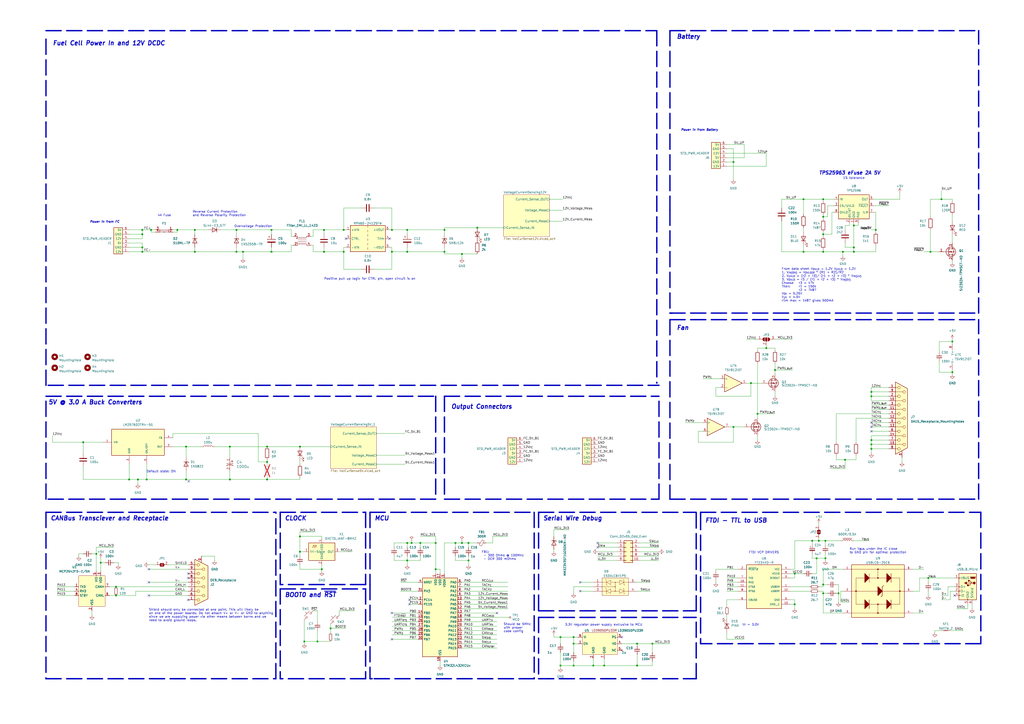
<source format=kicad_sch>
(kicad_sch (version 20230121) (generator eeschema)
  (paper "A2")
  (lib_symbols
    (symbol "Amplifier_Operational:TSV912IDT" (pin_names (offset 0.127))
      (property "Reference" "U" (at 0 5.08 0))
      (property "Value" "TSV912IDT" (at 0 -5.08 0))
      (symbol "TSV912IDT_1_1"
        (pin output line (at 7.62 0 180) (length 2.54) (name "~") (number "1"))
        (pin input line (at -7.62 -2.54 0) (length 2.54) (name "-") (number "2"))
        (pin input line (at -7.62 2.54 0) (length 2.54) (name "+") (number "3"))
      )
      (symbol "TSV912IDT_2_1"
        (pin input line (at -7.62 2.54 0) (length 2.54) (name "+") (number "5"))
        (pin input line (at -7.62 -2.54 0) (length 2.54) (name "-") (number "6"))
        (pin output line (at 7.62 0 180) (length 2.54) (name "~") (number "7"))
      )
      (symbol "TSV912IDT_3_1"
        (pin power_in line (at -2.54 -7.62 90) (length 3.81) (name "V-") (number "4"))
        (pin power_in line (at -2.54 7.62 270) (length 3.81) (name "V+") (number "8"))
      )
    )
    (symbol "BATT_Parts:Blade_Fuse"
      (property "Reference" "F" (at 0 2.54 0))
      (symbol "Blade_Fuse_1_1"
        (pin bidirectional line (at 5.08 1.27 180) (length 2.54) (name "") (number "1"))
        (pin bidirectional line (at 5.08 0 180) (length 2.54) (name "") (number "2"))
        (pin bidirectional line (at -5.08 1.27 0) (length 2.54) (name "") (number "3"))
        (pin bidirectional line (at -5.08 0 0) (length 2.54) (name "") (number "4"))
      )
    )
    (symbol "Connector:DA15_Receptacle_MountingHoles" (pin_names (offset 1.016) hide)
      (property "Reference" "J" (at 0 24.13 0))
      (property "Value" "DA15_Receptacle_MountingHoles" (at 0 22.225 0))
      (symbol "DA15_Receptacle_MountingHoles_1_1"
        (pin passive line (at 0 -22.86 90) (length 3.81) (name "PAD") (number "0"))
        (pin passive line (at -7.62 17.78 0) (length 3.81) (name "1") (number "1"))
        (pin passive line (at -7.62 10.16 0) (length 3.81) (name "P10") (number "10"))
        (pin passive line (at -7.62 5.08 0) (length 3.81) (name "P111") (number "11"))
        (pin passive line (at -7.62 0 0) (length 3.81) (name "P12") (number "12"))
        (pin passive line (at -7.62 -5.08 0) (length 3.81) (name "P13") (number "13"))
        (pin passive line (at -7.62 -10.16 0) (length 3.81) (name "P14") (number "14"))
        (pin passive line (at -7.62 -15.24 0) (length 3.81) (name "P15") (number "15"))
        (pin passive line (at -7.62 12.7 0) (length 3.81) (name "2") (number "2"))
        (pin passive line (at -7.62 7.62 0) (length 3.81) (name "3") (number "3"))
        (pin passive line (at -7.62 2.54 0) (length 3.81) (name "4") (number "4"))
        (pin passive line (at -7.62 -2.54 0) (length 3.81) (name "5") (number "5"))
        (pin passive line (at -7.62 -7.62 0) (length 3.81) (name "6") (number "6"))
        (pin passive line (at -7.62 -12.7 0) (length 3.81) (name "7") (number "7"))
        (pin passive line (at -7.62 -17.78 0) (length 3.81) (name "8") (number "8"))
        (pin passive line (at -7.62 15.24 0) (length 3.81) (name "P9") (number "9"))
      )
    )
    (symbol "Connector:DE9_Receptacle_MountingHoles" (pin_names (offset 1.016) hide)
      (property "Reference" "J" (at 0 16.51 0))
      (property "Value" "DE9_Receptacle_MountingHoles" (at 0 14.605 0))
      (symbol "DE9_Receptacle_MountingHoles_1_1"
        (pin passive line (at 0 -15.24 90) (length 3.81) (name "PAD") (number "0"))
        (pin passive line (at -7.62 10.16 0) (length 3.81) (name "1") (number "1"))
        (pin passive line (at -7.62 5.08 0) (length 3.81) (name "2") (number "2"))
        (pin passive line (at -7.62 0 0) (length 3.81) (name "3") (number "3"))
        (pin passive line (at -7.62 -5.08 0) (length 3.81) (name "4") (number "4"))
        (pin passive line (at -7.62 -10.16 0) (length 3.81) (name "5") (number "5"))
        (pin passive line (at -7.62 7.62 0) (length 3.81) (name "6") (number "6"))
        (pin passive line (at -7.62 2.54 0) (length 3.81) (name "7") (number "7"))
        (pin passive line (at -7.62 -2.54 0) (length 3.81) (name "8") (number "8"))
        (pin passive line (at -7.62 -7.62 0) (length 3.81) (name "9") (number "9"))
      )
    )
    (symbol "Connector:TestPoint_Small" (pin_numbers hide) (pin_names (offset 0.762) hide)
      (property "Reference" "TP" (at 0 3.81 0))
      (property "Value" "TestPoint_Small" (at 0 2.032 0))
      (symbol "TestPoint_Small_1_1"
        (pin passive line (at 0 0 90) (length 0) (name "1") (number "1"))
      )
    )
    (symbol "Connector:USB_B_Micro" (pin_names (offset 1.016))
      (property "Reference" "J" (at -5.08 11.43 0))
      (property "Value" "USB_B_Micro" (at -5.08 8.89 0))
      (symbol "USB_B_Micro_1_1"
        (pin power_out line (at 7.62 5.08 180) (length 2.54) (name "VBUS") (number "1"))
        (pin bidirectional line (at 7.62 -2.54 180) (length 2.54) (name "D-") (number "2"))
        (pin bidirectional line (at 7.62 0 180) (length 2.54) (name "D+") (number "3"))
        (pin passive line (at 7.62 -5.08 180) (length 2.54) (name "ID") (number "4"))
        (pin power_out line (at 0 -10.16 90) (length 2.54) (name "GND") (number "5"))
        (pin passive line (at -2.54 -10.16 90) (length 2.54) (name "Shield") (number "6"))
      )
    )
    (symbol "Connector_Generic:Conn_02x05_Odd_Even" (pin_names (offset 1.016) hide)
      (property "Reference" "J" (at 1.27 7.62 0))
      (property "Value" "Conn_02x05_Odd_Even" (at 1.27 -7.62 0))
      (symbol "Conn_02x05_Odd_Even_1_1"
        (pin passive line (at -5.08 5.08 0) (length 3.81) (name "Pin_1") (number "1"))
        (pin passive line (at 7.62 -5.08 180) (length 3.81) (name "Pin_10") (number "10"))
        (pin passive line (at 7.62 5.08 180) (length 3.81) (name "Pin_2") (number "2"))
        (pin passive line (at -5.08 2.54 0) (length 3.81) (name "Pin_3") (number "3"))
        (pin passive line (at 7.62 2.54 180) (length 3.81) (name "Pin_4") (number "4"))
        (pin passive line (at -5.08 0 0) (length 3.81) (name "Pin_5") (number "5"))
        (pin passive line (at 7.62 0 180) (length 3.81) (name "Pin_6") (number "6"))
        (pin passive line (at -5.08 -2.54 0) (length 3.81) (name "Pin_7") (number "7"))
        (pin passive line (at 7.62 -2.54 180) (length 3.81) (name "Pin_8") (number "8"))
        (pin passive line (at -5.08 -5.08 0) (length 3.81) (name "Pin_9") (number "9"))
      )
    )
    (symbol "Converter_DCDC:RPA60-2412SFW"
      (property "Reference" "U" (at -8.89 8.89 0))
      (property "Value" "RPA60-2412SFW" (at 8.89 8.89 0))
      (symbol "RPA60-2412SFW_1_1"
        (pin power_in line (at -12.7 5.08 0) (length 2.54) (name "+VIN") (number "1"))
        (pin power_in line (at -12.7 -5.08 0) (length 2.54) (name "-VIN") (number "2"))
        (pin input line (at -12.7 0 0) (length 2.54) (name "CTRL") (number "3"))
        (pin input line (at 12.7 0 180) (length 2.54) (name "Trim") (number "4"))
        (pin power_out line (at 12.7 -5.08 180) (length 2.54) (name "-VOUT") (number "5"))
        (pin power_out line (at 12.7 5.08 180) (length 2.54) (name "+VOUT") (number "6"))
      )
    )
    (symbol "Device:C" (pin_numbers hide) (pin_names (offset 0.254))
      (property "Reference" "C" (at 0.635 2.54 0))
      (property "Value" "C" (at 0.635 -2.54 0))
      (symbol "C_1_1"
        (pin passive line (at 0 3.81 270) (length 2.794) (name "~") (number "1"))
        (pin passive line (at 0 -3.81 90) (length 2.794) (name "~") (number "2"))
      )
    )
    (symbol "Device:C_Polarized" (pin_numbers hide) (pin_names (offset 0.254))
      (property "Reference" "C" (at 0.635 2.54 0))
      (property "Value" "C_Polarized" (at 0.635 -2.54 0))
      (symbol "C_Polarized_1_1"
        (pin passive line (at 0 3.81 270) (length 2.794) (name "~") (number "1"))
        (pin passive line (at 0 -3.81 90) (length 2.794) (name "~") (number "2"))
      )
    )
    (symbol "Device:C_Polarized_Small" (pin_numbers hide) (pin_names (offset 0.254) hide)
      (property "Reference" "C" (at 0.254 1.778 0))
      (property "Value" "C_Polarized_Small" (at 0.254 -2.032 0))
      (symbol "C_Polarized_Small_1_1"
        (pin passive line (at 0 2.54 270) (length 1.8542) (name "~") (number "1"))
        (pin passive line (at 0 -2.54 90) (length 1.8542) (name "~") (number "2"))
      )
    )
    (symbol "Device:C_Small" (pin_numbers hide) (pin_names (offset 0.254) hide)
      (property "Reference" "C" (at 0.254 1.778 0))
      (property "Value" "C_Small" (at 0.254 -2.032 0))
      (symbol "C_Small_1_1"
        (pin passive line (at 0 2.54 270) (length 2.032) (name "~") (number "1"))
        (pin passive line (at 0 -2.54 90) (length 2.032) (name "~") (number "2"))
      )
    )
    (symbol "Device:D" (pin_numbers hide) (pin_names (offset 1.016) hide)
      (property "Reference" "D" (at 0 2.54 0))
      (property "Value" "D" (at 0 -2.54 0))
      (symbol "D_1_1"
        (pin passive line (at -3.81 0 0) (length 2.54) (name "K") (number "1"))
        (pin passive line (at 3.81 0 180) (length 2.54) (name "A") (number "2"))
      )
    )
    (symbol "Device:D_Zener" (pin_numbers hide) (pin_names (offset 1.016) hide)
      (property "Reference" "D" (at 0 2.54 0))
      (property "Value" "D_Zener" (at 0 -2.54 0))
      (symbol "D_Zener_1_1"
        (pin passive line (at -3.81 0 0) (length 2.54) (name "K") (number "1"))
        (pin passive line (at 3.81 0 180) (length 2.54) (name "A") (number "2"))
      )
    )
    (symbol "Device:FerriteBead_Small" (pin_numbers hide) (pin_names (offset 0))
      (property "Reference" "FB" (at 1.905 1.27 0))
      (property "Value" "FerriteBead_Small" (at 1.905 -1.27 0))
      (symbol "FerriteBead_Small_1_1"
        (pin passive line (at 0 2.54 270) (length 1.27) (name "~") (number "1"))
        (pin passive line (at 0 -2.54 90) (length 1.27) (name "~") (number "2"))
      )
    )
    (symbol "Device:Filter_EMI_LL_1423" (pin_names hide)
      (property "Reference" "FL" (at 0 4.445 0))
      (property "Value" "Filter_EMI_LL_1423" (at 0 -4.445 0))
      (symbol "Filter_EMI_LL_1423_1_1"
        (pin passive line (at -5.08 -2.54 0) (length 2.54) (name "1") (number "1"))
        (pin passive line (at -5.08 2.54 0) (length 2.54) (name "2") (number "2"))
        (pin passive line (at 5.08 2.54 180) (length 2.54) (name "3") (number "3"))
        (pin passive line (at 5.08 -2.54 180) (length 2.54) (name "4") (number "4"))
      )
    )
    (symbol "Device:L" (pin_numbers hide) (pin_names (offset 1.016) hide)
      (property "Reference" "L" (at -1.27 0 90))
      (property "Value" "L" (at 1.905 0 90))
      (symbol "L_1_1"
        (pin passive line (at 0 3.81 270) (length 1.27) (name "1") (number "1"))
        (pin passive line (at 0 -3.81 90) (length 1.27) (name "2") (number "2"))
      )
    )
    (symbol "Device:LED" (pin_numbers hide) (pin_names (offset 1.016) hide)
      (property "Reference" "D" (at 0 2.54 0))
      (property "Value" "LED" (at 0 -2.54 0))
      (symbol "LED_1_1"
        (pin passive line (at -3.81 0 0) (length 2.54) (name "K") (number "1"))
        (pin passive line (at 3.81 0 180) (length 2.54) (name "A") (number "2"))
      )
    )
    (symbol "Device:L_Iron" (pin_numbers hide) (pin_names (offset 1.016) hide)
      (property "Reference" "L" (at -1.27 0 90))
      (property "Value" "L_Iron" (at 2.794 0 90))
      (symbol "L_Iron_1_1"
        (pin passive line (at 0 3.81 270) (length 1.27) (name "1") (number "1"))
        (pin passive line (at 0 -3.81 90) (length 1.27) (name "2") (number "2"))
      )
    )
    (symbol "Device:NetTie_2" (pin_numbers hide) (pin_names (offset 0) hide) (in_bom no)
      (property "Reference" "NT" (at 0 1.27 0))
      (property "Value" "NetTie_2" (at 0 -1.27 0))
      (symbol "NetTie_2_1_1"
        (pin passive line (at -2.54 0 0) (length 2.54) (name "1") (number "1"))
        (pin passive line (at 2.54 0 180) (length 2.54) (name "2") (number "2"))
      )
    )
    (symbol "Device:Q_NMOS_GSD" (pin_names (offset 0) hide)
      (property "Reference" "Q" (at 5.08 1.27 0))
      (property "Value" "Q_NMOS_GSD" (at 5.08 -1.27 0))
      (symbol "Q_NMOS_GSD_1_1"
        (pin input line (at -5.08 0 0) (length 2.54) (name "G") (number "1"))
        (pin passive line (at 2.54 -5.08 90) (length 2.54) (name "S") (number "2"))
        (pin passive line (at 2.54 5.08 270) (length 2.54) (name "D") (number "3"))
      )
    )
    (symbol "Device:R" (pin_numbers hide) (pin_names (offset 0))
      (property "Reference" "R" (at 2.032 0 90))
      (property "Value" "R" (at 0 0 90))
      (symbol "R_1_1"
        (pin passive line (at 0 3.81 270) (length 1.27) (name "~") (number "1"))
        (pin passive line (at 0 -3.81 90) (length 1.27) (name "~") (number "2"))
      )
    )
    (symbol "Device:R_Small" (pin_numbers hide) (pin_names (offset 0.254) hide)
      (property "Reference" "R" (at 0.762 0.508 0))
      (property "Value" "R_Small" (at 0.762 -1.016 0))
      (symbol "R_Small_1_1"
        (pin passive line (at 0 2.54 270) (length 0.762) (name "~") (number "1"))
        (pin passive line (at 0 -2.54 90) (length 0.762) (name "~") (number "2"))
      )
    )
    (symbol "Diode:ZPDxx" (pin_numbers hide) (pin_names hide)
      (property "Reference" "D" (at 0 2.54 0))
      (property "Value" "ZPDxx" (at 0 -2.54 0))
      (symbol "ZPDxx_1_1"
        (pin passive line (at -3.81 0 0) (length 2.54) (name "K") (number "1"))
        (pin passive line (at 3.81 0 180) (length 2.54) (name "A") (number "2"))
      )
    )
    (symbol "FCC_PARTS:LD39050PU33R"
      (property "Reference" "U7" (at 5.08 7.62 0))
      (property "Value" "LD39050PU33R" (at 7.62 5.08 0))
      (symbol "LD39050PU33R_1_1"
        (text "LD39050PU33R" (at 7.62 5.08 0) (effects (font (size 1.27 1.27))))
        (pin input line (at -7.62 -2.54 0) (length 2.54) (name "EN") (number "1"))
        (pin power_in line (at 1.27 -11.43 90) (length 2.54) (name "GND") (number "2"))
        (pin passive line (at 17.78 1.27 180) (length 2.54) (name "PG") (number "3"))
        (pin power_out line (at 17.78 -2.54 180) (length 2.54) (name "VO") (number "4"))
        (pin no_connect line (at 17.78 -6.35 180) (length 2.54) (name "NC") (number "5"))
        (pin power_in line (at -7.62 1.27 0) (length 2.54) (name "VI") (number "6"))
        (pin power_in line (at 7.62 -11.43 90) (length 2.54) (name "GND") (number "7"))
      )
    )
    (symbol "FCC_PARTS:MCP2542FD"
      (property "Reference" "U9" (at 17.78 1.27 0))
      (property "Value" "MCP2542FD-E/SN" (at 17.78 -1.27 0))
      (symbol "MCP2542FD_0_0"
        (pin passive line (at -10.16 -6.35 0) (length 2.54) (name "TXD") (number "1"))
        (pin passive line (at 0 -20.32 90) (length 2.54) (name "VSS") (number "2"))
        (pin passive line (at 5.08 2.54 270) (length 2.54) (name "VDD") (number "3"))
        (pin passive line (at -10.16 -8.89 0) (length 2.54) (name "RXD") (number "4"))
        (pin passive line (at 2.54 2.54 270) (length 2.54) (name "VIO") (number "5"))
        (pin passive line (at 10.16 -11.43 180) (length 2.54) (name "CANL") (number "6"))
        (pin passive line (at 10.16 -6.35 180) (length 2.54) (name "CANH") (number "7"))
        (pin passive line (at -10.16 -11.43 0) (length 2.54) (name "STBY") (number "8"))
      )
    )
    (symbol "FCC_Parts:ESDALC6V1P5" (pin_names (offset 0.254))
      (property "Reference" "D" (at 15.24 7.62 0))
      (property "Value" "ESDALC6V1P5" (at 15.24 5.08 0))
      (symbol "ESDALC6V1P5_1_1"
        (pin unspecified line (at 2.54 0 0) (length 5.08) (name "") (number "1"))
        (pin unspecified line (at 2.54 -2.54 0) (length 5.08) (name "") (number "2"))
        (pin unspecified line (at 2.54 -5.08 0) (length 5.08) (name "") (number "3"))
        (pin unspecified line (at 27.94 -5.08 180) (length 5.08) (name "") (number "4"))
        (pin unspecified line (at 27.94 0 180) (length 5.08) (name "") (number "5"))
      )
    )
    (symbol "FCC_Parts:FT234XD-R" (pin_names (offset 1.016))
      (property "Reference" "U" (at -10.16 15.24 0))
      (property "Value" "FT234XD-R" (at -10.16 15.24 0))
      (symbol "FT234XD-R_0_0"
        (pin bidirectional line (at 15.24 0 180) (length 5.08) (name "USBDM") (number "1"))
        (pin input line (at -15.24 2.54 0) (length 5.08) (name "RXD") (number "10"))
        (pin input line (at -15.24 0 0) (length 5.08) (name "CTS#") (number "11"))
        (pin bidirectional line (at 15.24 -2.54 180) (length 5.08) (name "USBDP") (number "12"))
        (pin power_in line (at 15.24 -10.16 180) (length 5.08) (name "GND__1") (number "13"))
        (pin input line (at -15.24 10.16 0) (length 5.08) (name "~{RESET}#") (number "2"))
        (pin output line (at 15.24 5.08 180) (length 5.08) (name "3V3OUT") (number "3"))
        (pin power_in line (at 15.24 10.16 180) (length 5.08) (name "VCC") (number "4"))
        (pin power_in line (at 15.24 -7.62 180) (length 5.08) (name "GND") (number "5"))
        (pin bidirectional line (at -15.24 -7.62 0) (length 5.08) (name "CBUS0") (number "6"))
        (pin output line (at -15.24 5.08 0) (length 5.08) (name "TXD") (number "7"))
        (pin output line (at -15.24 -2.54 0) (length 5.08) (name "RTS#") (number "8"))
        (pin power_in line (at 15.24 7.62 180) (length 5.08) (name "VCCIO") (number "9"))
      )
    )
    (symbol "FCC_Parts:USBLC6-2SC6" (pin_names (offset 1.016))
      (property "Reference" "U" (at -15.24 19.05 0))
      (property "Value" "USBLC6-2SC6" (at -15.24 17.78 0))
      (symbol "USBLC6-2SC6_0_0"
        (pin bidirectional line (at -20.32 12.7 0) (length 5.08) (name "~") (number "1"))
        (pin power_in line (at -20.32 0 0) (length 5.08) (name "~") (number "2"))
        (pin bidirectional line (at -20.32 -12.7 0) (length 5.08) (name "~") (number "3"))
        (pin bidirectional line (at 20.32 -12.7 180) (length 5.08) (name "~") (number "4"))
        (pin power_in line (at 20.32 0 180) (length 5.08) (name "~") (number "5"))
        (pin bidirectional line (at 20.32 12.7 180) (length 5.08) (name "~") (number "6"))
      )
    )
    (symbol "FCPB_Parts:LM2576D2TR4-5G" (pin_names (offset 1.016))
      (property "Reference" "U" (at -17.8054 -20.3454 0))
      (property "Value" "LM2576D2TR4-5G" (at -17.8054 -22.8854 0))
      (symbol "LM2576D2TR4-5G_0_0"
        (pin input line (at -20.32 0 0) (length 5.08) (name "VIN") (number "1"))
        (pin output line (at 20.32 -2.54 180) (length 5.08) (name "OUT") (number "2"))
        (pin passive line (at -5.08 -12.7 90) (length 5.08) (name "GND") (number "3"))
        (pin output line (at 20.32 2.54 180) (length 5.08) (name "FB") (number "4"))
        (pin input line (at 5.08 -12.7 90) (length 5.08) (name "ON/OFF") (number "5"))
      )
    )
    (symbol "FCPB_Parts:UUD1A102MNL1GS" (pin_names (offset 0.254))
      (property "Reference" "C" (at 3.81 3.81 0))
      (property "Value" "UUD1A102MNL1GS" (at 3.81 -3.81 0))
      (symbol "UUD1A102MNL1GS_1_1"
        (pin unspecified line (at 0 0 0) (length 2.54) (name "") (number "1"))
        (pin unspecified line (at 7.62 0 180) (length 2.54) (name "") (number "2"))
      )
      (symbol "UUD1A102MNL1GS_1_2"
        (pin unspecified line (at 0 -7.62 90) (length 2.54) (name "") (number "1"))
        (pin unspecified line (at 0 0 270) (length 2.54) (name "") (number "2"))
      )
    )
    (symbol "H2_Parts:TPS2596"
      (property "Reference" "U" (at 0 11.43 0))
      (property "Value" "TPS2596" (at 0 8.89 0))
      (symbol "TPS2596_1_1"
        (pin power_in line (at 0 -10.16 90) (length 2.54) (name "GND") (number "1"))
        (pin input line (at -2.54 -10.16 90) (length 2.54) (name "dV/dT") (number "2"))
        (pin input line (at -11.43 0 0) (length 2.54) (name "EN/UVLO") (number "3"))
        (pin power_in line (at -11.43 3.81 0) (length 2.54) (name "IN") (number "4"))
        (pin power_out line (at 11.43 3.81 180) (length 2.54) (name "OUT") (number "5"))
        (pin output line (at 11.43 0 180) (length 2.54) (name "~{FAULT}") (number "6"))
        (pin input line (at 11.43 -3.81 180) (length 2.54) (name "ILM") (number "7"))
        (pin input line (at -11.43 -3.81 0) (length 2.54) (name "OVLO") (number "8"))
        (pin input line (at 2.54 -10.16 90) (length 2.54) (name "PAD") (number "9"))
      )
    )
    (symbol "Jumper:SolderJumper_2_Open" (pin_names (offset 0) hide)
      (property "Reference" "JP" (at 0 2.032 0))
      (property "Value" "SolderJumper_2_Open" (at 0 -2.54 0))
      (symbol "SolderJumper_2_Open_1_1"
        (pin passive line (at -3.81 0 0) (length 2.54) (name "A") (number "1"))
        (pin passive line (at 3.81 0 180) (length 2.54) (name "B") (number "2"))
      )
    )
    (symbol "Jumper:SolderJumper_3_Open" (pin_names (offset 0) hide)
      (property "Reference" "JP" (at -2.54 -2.54 0))
      (property "Value" "SolderJumper_3_Open" (at 0 2.794 0))
      (symbol "SolderJumper_3_Open_1_1"
        (pin passive line (at -5.08 0 0) (length 2.54) (name "A") (number "1"))
        (pin passive line (at 0 -3.81 90) (length 2.54) (name "C") (number "2"))
        (pin passive line (at 5.08 0 180) (length 2.54) (name "B") (number "3"))
      )
    )
    (symbol "MCU_ST_STM32L4:STM32L432KCUx"
      (property "Reference" "U" (at -10.16 24.13 0))
      (property "Value" "STM32L432KCUx" (at 5.08 24.13 0))
      (symbol "STM32L432KCUx_1_1"
        (pin power_in line (at -2.54 25.4 270) (length 2.54) (name "VDD") (number "1"))
        (pin bidirectional line (at 12.7 10.16 180) (length 2.54) (name "PA4") (number "10"))
        (pin bidirectional line (at 12.7 7.62 180) (length 2.54) (name "PA5") (number "11"))
        (pin bidirectional line (at 12.7 5.08 180) (length 2.54) (name "PA6") (number "12"))
        (pin bidirectional line (at 12.7 2.54 180) (length 2.54) (name "PA7") (number "13"))
        (pin bidirectional line (at -12.7 2.54 0) (length 2.54) (name "PB0") (number "14"))
        (pin bidirectional line (at -12.7 0 0) (length 2.54) (name "PB1") (number "15"))
        (pin power_in line (at 0 -25.4 90) (length 2.54) (name "VSS") (number "16"))
        (pin power_in line (at 0 25.4 270) (length 2.54) (name "VDD") (number "17"))
        (pin bidirectional line (at 12.7 0 180) (length 2.54) (name "PA8") (number "18"))
        (pin bidirectional line (at 12.7 -2.54 180) (length 2.54) (name "PA9") (number "19"))
        (pin bidirectional line (at -12.7 10.16 0) (length 2.54) (name "PC14") (number "2"))
        (pin bidirectional line (at 12.7 -5.08 180) (length 2.54) (name "PA10") (number "20"))
        (pin bidirectional line (at 12.7 -7.62 180) (length 2.54) (name "PA11") (number "21"))
        (pin bidirectional line (at 12.7 -10.16 180) (length 2.54) (name "PA12") (number "22"))
        (pin bidirectional line (at 12.7 -12.7 180) (length 2.54) (name "PA13") (number "23"))
        (pin bidirectional line (at 12.7 -15.24 180) (length 2.54) (name "PA14") (number "24"))
        (pin bidirectional line (at 12.7 -17.78 180) (length 2.54) (name "PA15") (number "25"))
        (pin bidirectional line (at -12.7 -2.54 0) (length 2.54) (name "PB3") (number "26"))
        (pin bidirectional line (at -12.7 -5.08 0) (length 2.54) (name "PB4") (number "27"))
        (pin bidirectional line (at -12.7 -7.62 0) (length 2.54) (name "PB5") (number "28"))
        (pin bidirectional line (at -12.7 -10.16 0) (length 2.54) (name "PB6") (number "29"))
        (pin bidirectional line (at -12.7 7.62 0) (length 2.54) (name "PC15") (number "3"))
        (pin bidirectional line (at -12.7 -12.7 0) (length 2.54) (name "PB7") (number "30"))
        (pin bidirectional line (at -12.7 15.24 0) (length 2.54) (name "PH3") (number "31"))
        (pin passive line (at 0 -25.4 90) (length 2.54) hide (name "VSS") (number "32"))
        (pin passive line (at 0 -25.4 90) (length 2.54) hide (name "VSS") (number "33"))
        (pin input line (at -12.7 20.32 0) (length 2.54) (name "NRST") (number "4"))
        (pin power_in line (at 2.54 25.4 270) (length 2.54) (name "VDDA") (number "5"))
        (pin bidirectional line (at 12.7 20.32 180) (length 2.54) (name "PA0") (number "6"))
        (pin bidirectional line (at 12.7 17.78 180) (length 2.54) (name "PA1") (number "7"))
        (pin bidirectional line (at 12.7 15.24 180) (length 2.54) (name "PA2") (number "8"))
        (pin bidirectional line (at 12.7 12.7 180) (length 2.54) (name "PA3") (number "9"))
      )
    )
    (symbol "Mechanical:MountingHole" (pin_names (offset 1.016))
      (property "Reference" "H" (at 0 5.08 0))
      (property "Value" "MountingHole" (at 0 3.175 0))
    )
    (symbol "RB_PARTS:OXETDLJANF-8MHZ"
      (property "Reference" "X" (at -7.62 6.35 0))
      (property "Value" "OXETDLJANF-8MHZ " (at 1.27 -6.35 0))
      (symbol "OXETDLJANF-8MHZ_1_1"
        (pin input line (at -10.16 0 0) (length 2.54) (name "Tri-State") (number "1"))
        (pin power_in line (at 0 -7.62 90) (length 2.54) (name "GND") (number "2"))
        (pin output line (at 10.16 0 180) (length 2.54) (name "OUT") (number "3"))
        (pin power_in line (at 0 7.62 270) (length 2.54) (name "VDD") (number "4"))
      )
    )
    (symbol "RB_Parts:STD_PWR_HEADER"
      (property "Reference" "J" (at 2.54 2.54 0))
      (property "Value" "STD_PWR_HEADER" (at 0 -16.51 0))
      (symbol "STD_PWR_HEADER_1_1"
        (pin passive line (at -2.54 0 0) (length 3.81) (name "12V") (number "1"))
        (pin passive line (at -2.54 -2.54 0) (length 3.81) (name "GND") (number "2"))
        (pin passive line (at -2.54 -5.08 0) (length 3.81) (name "5V") (number "3"))
        (pin passive line (at -2.54 -7.62 0) (length 3.81) (name "12V") (number "4"))
        (pin passive line (at -2.54 -10.16 0) (length 3.81) (name "GND") (number "5"))
        (pin passive line (at -2.54 -12.7 0) (length 3.81) (name "5V") (number "6"))
      )
    )
    (symbol "Switch:SW_Push_45deg" (pin_numbers hide) (pin_names (offset 1.016) hide)
      (property "Reference" "SW" (at 3.048 1.016 0))
      (property "Value" "SW_Push_45deg" (at 0 -3.81 0))
      (symbol "SW_Push_45deg_0_1"
        (pin passive line (at -2.54 2.54 0) (length 0) (name "1") (number "1"))
        (pin passive line (at 2.54 -2.54 180) (length 0) (name "2") (number "2"))
      )
    )
    (symbol "power:+5V" (power) (pin_names (offset 0))
      (property "Value" "+5V" (at 0 3.556 0))
      (symbol "+5V_1_1"
        (pin power_in line (at 0 0 90) (length 0) hide (name "+5V") (number "1"))
      )
    )
    (symbol "power:GND" (power) (pin_names (offset 0))
      (property "Value" "GND" (at 0 -3.81 0))
      (symbol "GND_1_1"
        (pin power_in line (at 0 0 270) (length 0) hide (name "GND") (number "1"))
      )
    )
    (symbol "power:GND1" (power) (pin_names (offset 0))
      (property "Value" "GND1" (at 0 -3.81 0))
      (symbol "GND1_1_1"
        (pin power_in line (at 0 0 270) (length 0) hide (name "GND1") (number "1"))
      )
    )
    (symbol "power:PWR_FLAG" (power) (pin_numbers hide) (pin_names (offset 0) hide)
      (property "Value" "PWR_FLAG" (at 0 3.81 0))
      (symbol "PWR_FLAG_0_0"
        (pin power_out line (at 0 0 90) (length 0) (name "pwr") (number "1"))
      )
    )
  )
  (junction (at 58.42 326.39))
  (junction (at 471.17 313.69))
  (junction (at 137.16 146.05))
  (junction (at 67.31 340.36))
  (junction (at 176.53 372.11))
  (junction (at 332.74 386.08))
  (junction (at 495.3 130.81))
  (junction (at 466.09 115.57))
  (junction (at 490.22 266.7))
  (junction (at 271.78 325.12))
  (junction (at 267.97 147.32))
  (junction (at 435.61 222.25))
  (junction (at 173.99 320.04))
  (junction (at 508 133.35))
  (junction (at 85.09 278.13))
  (junction (at 187.96 133.35))
  (junction (at 238.76 314.96))
  (junction (at 495.3 146.05))
  (junction (at 477.52 146.05))
  (junction (at 80.01 278.13))
  (junction (at 486.41 344.17))
  (junction (at 74.93 278.13))
  (junction (at 466.09 146.05))
  (junction (at 173.99 259.08))
  (junction (at 425.45 93.98))
  (junction (at 344.17 386.08))
  (junction (at 87.63 133.35))
  (junction (at 461.01 332.74))
  (junction (at 474.98 313.69))
  (junction (at 67.31 345.44))
  (junction (at 252.73 330.2))
  (junction (at 113.03 146.05))
  (junction (at 227.33 146.05))
  (junction (at 552.45 198.12))
  (junction (at 378.46 373.38))
  (junction (at 199.39 133.35))
  (junction (at 173.99 311.15))
  (junction (at 82.55 146.05))
  (junction (at 236.22 325.12))
  (junction (at 477.52 135.89))
  (junction (at 439.42 240.03))
  (junction (at 325.12 386.08))
  (junction (at 276.86 132.08))
  (junction (at 425.45 247.65))
  (junction (at 477.52 115.57))
  (junction (at 546.1 115.57))
  (junction (at 157.48 146.05))
  (junction (at 227.33 133.35))
  (junction (at 82.55 133.35))
  (junction (at 133.35 259.08))
  (junction (at 187.96 146.05))
  (junction (at 369.57 373.38))
  (junction (at 107.95 278.13))
  (junction (at 82.55 135.89))
  (junction (at 82.55 143.51))
  (junction (at 505.46 229.87))
  (junction (at 332.74 369.57))
  (junction (at 184.15 372.11))
  (junction (at 478.79 323.85))
  (junction (at 350.52 386.08))
  (junction (at 236.22 314.96))
  (junction (at 133.35 278.13))
  (junction (at 473.71 323.85))
  (junction (at 369.57 386.08))
  (junction (at 55.88 321.31))
  (junction (at 444.5 201.93))
  (junction (at 236.22 146.05))
  (junction (at 538.48 335.28))
  (junction (at 236.22 133.35))
  (junction (at 449.58 214.63))
  (junction (at 477.52 344.17))
  (junction (at 478.79 313.69))
  (junction (at 186.69 330.2))
  (junction (at 157.48 133.35))
  (junction (at 539.75 146.05))
  (junction (at 505.46 227.33))
  (junction (at 267.97 314.96))
  (junction (at 325.12 369.57))
  (junction (at 271.78 314.96))
  (junction (at 252.73 314.96))
  (junction (at 552.45 215.9))
  (junction (at 243.84 314.96))
  (junction (at 102.87 133.35))
  (junction (at 191.77 364.49))
  (junction (at 264.16 314.96))
  (junction (at 48.26 256.54))
  (junction (at 461.01 350.52))
  (junction (at 505.46 255.27))
  (junction (at 113.03 133.35))
  (junction (at 257.81 133.35))
  (junction (at 505.46 260.35))
  (junction (at 495.3 143.51))
  (junction (at 137.16 133.35))
  (junction (at 257.81 146.05))
  (junction (at 154.94 259.08))
  (junction (at 199.39 146.05))
  (junction (at 505.46 257.81))
  (junction (at 140.97 146.05))
  (junction (at 488.95 146.05))
  (junction (at 332.74 373.38))
  (junction (at 477.52 339.09))
  (junction (at 477.52 125.73))
  (junction (at 107.95 259.08))
  (junction (at 154.94 278.13))
  (junction (at 154.94 267.97))
  (no_connect (at 200.66 138.43))
  (no_connect (at 109.22 335.28))
  (no_connect (at 505.46 247.65))
  (no_connect (at 288.29 355.6))
  (no_connect (at 553.72 345.44))
  (no_connect (at 227.33 355.6))
  (no_connect (at 227.33 370.84))
  (no_connect (at 505.46 245.11))
  (no_connect (at 226.06 138.43))
  (no_connect (at 346.71 314.96))
  (no_connect (at 86.36 345.44))
  (no_connect (at 109.474 279.146))
  (no_connect (at 336.55 337.82))
  (no_connect (at 109.22 332.74))
  (no_connect (at 505.46 250.19))
  (no_connect (at 86.36 337.82))
  (no_connect (at 346.71 317.5))
  (no_connect (at 336.55 342.9))
  (no_connect (at 237.49 350.52))
  (no_connect (at 86.36 330.2))
  (no_connect (at 237.49 347.98))
  (no_connect (at 109.22 347.98))
  (no_connect (at 360.68 369.57))
  (wire (pts (xy 321.31 318.77) (xy 321.31 320.04)))
  (wire (pts (xy 267.97 340.36) (xy 294.64 340.36)))
  (wire (pts (xy 209.55 120.65) (xy 199.39 120.65)))
  (wire (pts (xy 236.22 314.96) (xy 238.76 314.96)))
  (wire (pts (xy 33.02 340.36) (xy 43.18 340.36)))
  (wire (pts (xy 173.99 330.2) (xy 186.69 330.2)))
  (wire (pts (xy 369.57 342.9) (xy 377.19 342.9)))
  (wire (pts (xy 236.22 325.12) (xy 243.84 325.12)))
  (wire (pts (xy 461.01 350.52) (xy 461.01 353.06)))
  (wire (pts (xy 173.99 266.7) (xy 173.99 269.24)))
  (wire (pts (xy 482.6 135.89) (xy 482.6 123.19)))
  (wire (pts (xy 490.22 271.78) (xy 490.22 266.7)))
  (wire (pts (xy 344.17 386.08) (xy 350.52 386.08)))
  (wire (pts (xy 425.45 86.36) (xy 425.45 93.98)))
  (wire (pts (xy 529.59 330.2) (xy 535.94 330.2)))
  (wire (pts (xy 321.31 369.57) (xy 325.12 369.57)))
  (wire (pts (xy 227.33 368.3) (xy 242.57 368.3)))
  (wire (pts (xy 227.33 143.51) (xy 227.33 146.05)))
  (wire (pts (xy 360.68 373.38) (xy 369.57 373.38)))
  (wire (pts (xy 173.99 259.08) (xy 191.77 259.08)))
  (wire (pts (xy 435.61 222.25) (xy 441.96 222.25)))
  (wire (pts (xy 461.01 313.69) (xy 461.01 330.2)))
  (polyline (pts (xy 214.63 297.18) (xy 309.88 297.18)) (stroke (width 0.8) (type dash)))
  (wire (pts (xy 544.83 209.55) (xy 544.83 215.9)))
  (wire (pts (xy 87.63 133.35) (xy 90.17 133.35)))
  (wire (pts (xy 474.98 340.36) (xy 477.52 340.36)))
  (wire (pts (xy 257.81 132.08) (xy 276.86 132.08)))
  (wire (pts (xy 549.91 345.44) (xy 546.1 345.44)))
  (wire (pts (xy 485.14 240.03) (xy 515.62 240.03)))
  (wire (pts (xy 495.3 313.69) (xy 504.19 313.69)))
  (wire (pts (xy 154.94 276.86) (xy 154.94 278.13)))
  (wire (pts (xy 227.33 370.84) (xy 242.57 370.84)))
  (wire (pts (xy 505.46 257.81) (xy 515.62 257.81)))
  (wire (pts (xy 217.17 120.65) (xy 227.33 120.65)))
  (wire (pts (xy 554.99 353.06) (xy 561.34 353.06)))
  (polyline (pts (xy 26.67 289.56) (xy 26.67 229.87)) (stroke (width 0.8) (type dash)))
  (wire (pts (xy 552.45 198.12) (xy 552.45 199.39)))
  (polyline (pts (xy 212.09 393.7) (xy 162.56 393.7)) (stroke (width 0.8) (type dash)))
  (wire (pts (xy 346.71 320.04) (xy 358.14 320.04)))
  (wire (pts (xy 234.95 251.46) (xy 218.44 251.46)))
  (wire (pts (xy 553.72 342.9) (xy 551.18 342.9)))
  (wire (pts (xy 67.31 345.44) (xy 78.74 345.44)))
  (wire (pts (xy 226.06 143.51) (xy 227.33 143.51)))
  (wire (pts (xy 243.84 311.15) (xy 252.73 311.15)))
  (wire (pts (xy 477.52 344.17) (xy 477.52 342.9)))
  (wire (pts (xy 257.81 133.35) (xy 257.81 132.08)))
  (wire (pts (xy 157.48 143.51) (xy 157.48 146.05)))
  (wire (pts (xy 326.39 115.57) (xy 318.77 115.57)))
  (wire (pts (xy 90.17 134.62) (xy 87.63 134.62)))
  (wire (pts (xy 281.94 314.96) (xy 285.75 314.96)))
  (wire (pts (xy 346.71 314.96) (xy 358.14 314.96)))
  (wire (pts (xy 191.77 364.49) (xy 191.77 367.03)))
  (wire (pts (xy 227.33 363.22) (xy 242.57 363.22)))
  (wire (pts (xy 267.97 368.3) (xy 288.29 368.3)))
  (wire (pts (xy 350.52 386.08) (xy 369.57 386.08)))
  (wire (pts (xy 257.81 314.96) (xy 257.81 332.74)))
  (wire (pts (xy 490.22 130.81) (xy 492.76 130.81)))
  (wire (pts (xy 431.8 83.82) (xy 431.8 91.44)))
  (wire (pts (xy 458.47 335.28) (xy 461.01 335.28)))
  (polyline (pts (xy 26.67 17.78) (xy 381 17.78)) (stroke (width 0.8) (type dash)))
  (wire (pts (xy 506.73 115.57) (xy 521.97 115.57)))
  (wire (pts (xy 55.88 317.5) (xy 55.88 321.31)))
  (wire (pts (xy 474.98 303.53) (xy 474.98 304.8)))
  (wire (pts (xy 55.88 317.5) (xy 66.04 317.5)))
  (wire (pts (xy 267.97 147.32) (xy 276.86 147.32)))
  (wire (pts (xy 538.48 335.28) (xy 538.48 337.82)))
  (wire (pts (xy 154.94 278.13) (xy 173.99 278.13)))
  (polyline (pts (xy 381 17.78) (xy 381 222.25)) (stroke (width 0.8) (type dash)))
  (wire (pts (xy 486.41 339.09) (xy 486.41 344.17)))
  (wire (pts (xy 350.52 382.27) (xy 350.52 386.08)))
  (wire (pts (xy 505.46 245.11) (xy 515.62 245.11)))
  (wire (pts (xy 506.73 119.38) (xy 515.62 119.38)))
  (wire (pts (xy 552.45 215.9) (xy 552.45 217.17)))
  (polyline (pts (xy 388.62 185.42) (xy 388.62 289.56)) (stroke (width 0.8) (type dash)))
  (wire (pts (xy 187.96 146.05) (xy 199.39 146.05)))
  (wire (pts (xy 539.75 115.57) (xy 539.75 125.73)))
  (wire (pts (xy 435.61 222.25) (xy 433.07 222.25)))
  (wire (pts (xy 157.48 133.35) (xy 157.48 135.89)))
  (wire (pts (xy 533.4 342.9) (xy 529.59 342.9)))
  (wire (pts (xy 496.57 242.57) (xy 496.57 256.54)))
  (wire (pts (xy 370.84 314.96) (xy 382.27 314.96)))
  (wire (pts (xy 236.22 133.35) (xy 236.22 135.89)))
  (wire (pts (xy 458.47 342.9) (xy 469.9 342.9)))
  (wire (pts (xy 124.46 322.58) (xy 116.84 322.58)))
  (wire (pts (xy 137.16 133.35) (xy 137.16 135.89)))
  (wire (pts (xy 124.46 259.08) (xy 133.35 259.08)))
  (wire (pts (xy 421.64 347.98) (xy 421.64 351.79)))
  (wire (pts (xy 490.22 266.7) (xy 496.57 266.7)))
  (wire (pts (xy 473.71 323.85) (xy 478.79 323.85)))
  (wire (pts (xy 477.52 146.05) (xy 488.95 146.05)))
  (wire (pts (xy 48.26 321.31) (xy 45.72 321.31)))
  (wire (pts (xy 546.1 110.49) (xy 546.1 115.57)))
  (wire (pts (xy 551.18 365.76) (xy 558.8 365.76)))
  (wire (pts (xy 243.84 314.96) (xy 252.73 314.96)))
  (wire (pts (xy 113.03 146.05) (xy 137.16 146.05)))
  (wire (pts (xy 332.74 383.54) (xy 332.74 386.08)))
  (wire (pts (xy 415.29 330.2) (xy 427.99 330.2)))
  (wire (pts (xy 490.22 130.81) (xy 490.22 133.35)))
  (wire (pts (xy 458.47 347.98) (xy 461.01 347.98)))
  (polyline (pts (xy 568.96 297.18) (xy 568.96 373.38)) (stroke (width 0.8) (type dash)))
  (wire (pts (xy 477.52 137.16) (xy 477.52 135.89)))
  (wire (pts (xy 196.85 354.33) (xy 205.74 354.33)))
  (wire (pts (xy 53.34 354.33) (xy 53.34 356.87)))
  (wire (pts (xy 252.73 330.2) (xy 255.27 330.2)))
  (wire (pts (xy 271.78 325.12) (xy 271.78 327.66)))
  (wire (pts (xy 477.52 344.17) (xy 477.52 355.6)))
  (wire (pts (xy 86.36 337.82) (xy 109.22 337.82)))
  (wire (pts (xy 508 142.24) (xy 508 146.05)))
  (wire (pts (xy 495.3 143.51) (xy 495.3 146.05)))
  (polyline (pts (xy 212.09 297.18) (xy 212.09 339.09)) (stroke (width 0.8) (type dash)))
  (polyline (pts (xy 312.42 297.18) (xy 312.42 354.33)) (stroke (width 0.8) (type dash)))
  (polyline (pts (xy 26.67 297.18) (xy 26.67 393.7)) (stroke (width 0.8) (type dash)))
  (wire (pts (xy 157.48 133.35) (xy 168.91 133.35)))
  (wire (pts (xy 549.91 340.36) (xy 549.91 345.44)))
  (wire (pts (xy 444.5 201.93) (xy 449.58 201.93)))
  (wire (pts (xy 267.97 147.32) (xy 267.97 149.86)))
  (wire (pts (xy 321.31 307.34) (xy 321.31 311.15)))
  (wire (pts (xy 485.14 240.03) (xy 485.14 256.54)))
  (wire (pts (xy 344.17 386.08) (xy 344.17 382.27)))
  (wire (pts (xy 421.64 96.52) (xy 444.5 96.52)))
  (wire (pts (xy 336.55 337.82) (xy 344.17 337.82)))
  (wire (pts (xy 495.3 130.81) (xy 495.3 143.51)))
  (wire (pts (xy 325.12 386.08) (xy 325.12 387.35)))
  (wire (pts (xy 505.46 255.27) (xy 515.62 255.27)))
  (wire (pts (xy 439.42 201.93) (xy 439.42 203.2)))
  (wire (pts (xy 508 123.19) (xy 508 133.35)))
  (wire (pts (xy 133.35 259.08) (xy 133.35 265.43)))
  (wire (pts (xy 461.01 332.74) (xy 466.09 332.74)))
  (wire (pts (xy 267.97 358.14) (xy 295.91 358.14)))
  (wire (pts (xy 149.86 251.46) (xy 149.86 267.97)))
  (wire (pts (xy 471.17 313.69) (xy 471.17 316.23)))
  (wire (pts (xy 552.45 151.13) (xy 552.45 152.4)))
  (polyline (pts (xy 567.69 289.56) (xy 567.69 185.42)) (stroke (width 0.8) (type dash)))
  (wire (pts (xy 369.57 373.38) (xy 378.46 373.38)))
  (wire (pts (xy 474.98 342.9) (xy 477.52 342.9)))
  (wire (pts (xy 124.46 322.58) (xy 124.46 325.12)))
  (wire (pts (xy 252.73 332.74) (xy 252.73 330.2)))
  (wire (pts (xy 505.46 252.73) (xy 505.46 255.27)))
  (wire (pts (xy 538.48 342.9) (xy 538.48 345.44)))
  (wire (pts (xy 102.87 134.62) (xy 102.87 133.35)))
  (wire (pts (xy 453.39 115.57) (xy 466.09 115.57)))
  (wire (pts (xy 508 133.35) (xy 508 134.62)))
  (wire (pts (xy 321.31 368.3) (xy 321.31 369.57)))
  (wire (pts (xy 74.93 143.51) (xy 82.55 143.51)))
  (wire (pts (xy 157.48 146.05) (xy 168.91 146.05)))
  (polyline (pts (xy 403.86 354.33) (xy 403.86 297.18)) (stroke (width 0.8) (type dash)))
  (wire (pts (xy 267.97 360.68) (xy 288.29 360.68)))
  (wire (pts (xy 449.58 217.17) (xy 449.58 214.63)))
  (polyline (pts (xy 312.42 358.14) (xy 403.86 358.14)) (stroke (width 0.8) (type dash)))
  (wire (pts (xy 521.97 111.76) (xy 521.97 115.57)))
  (wire (pts (xy 552.45 215.9) (xy 552.45 214.63)))
  (wire (pts (xy 271.78 325.12) (xy 264.16 325.12)))
  (wire (pts (xy 113.03 146.05) (xy 113.03 143.51)))
  (wire (pts (xy 421.64 91.44) (xy 431.8 91.44)))
  (wire (pts (xy 477.52 339.09) (xy 477.52 340.36)))
  (wire (pts (xy 133.35 259.08) (xy 154.94 259.08)))
  (wire (pts (xy 227.33 355.6) (xy 242.57 355.6)))
  (wire (pts (xy 176.53 372.11) (xy 184.15 372.11)))
  (wire (pts (xy 425.45 247.65) (xy 422.91 247.65)))
  (wire (pts (xy 471.17 323.85) (xy 473.71 323.85)))
  (polyline (pts (xy 214.63 393.7) (xy 215.9 393.7)) (stroke (width 0.8) (type dash)))
  (wire (pts (xy 107.95 259.08) (xy 107.95 265.43)))
  (wire (pts (xy 74.93 146.05) (xy 82.55 146.05)))
  (wire (pts (xy 458.47 350.52) (xy 461.01 350.52)))
  (wire (pts (xy 257.81 147.32) (xy 267.97 147.32)))
  (wire (pts (xy 505.46 224.79) (xy 515.62 224.79)))
  (wire (pts (xy 466.09 142.24) (xy 466.09 146.05)))
  (wire (pts (xy 439.42 210.82) (xy 439.42 240.03)))
  (wire (pts (xy 488.95 146.05) (xy 488.95 148.59)))
  (polyline (pts (xy 406.4 298.45) (xy 406.4 373.38)) (stroke (width 0.8) (type dash)))
  (wire (pts (xy 318.77 128.27) (xy 326.39 128.27)))
  (wire (pts (xy 369.57 379.73) (xy 369.57 386.08)))
  (wire (pts (xy 187.96 133.35) (xy 187.96 135.89)))
  (wire (pts (xy 407.67 250.19) (xy 405.13 250.19)))
  (wire (pts (xy 421.64 337.82) (xy 427.99 337.82)))
  (wire (pts (xy 276.86 132.08) (xy 292.1 132.08)))
  (wire (pts (xy 421.64 88.9) (xy 444.5 88.9)))
  (wire (pts (xy 100.33 251.46) (xy 149.86 251.46)))
  (wire (pts (xy 488.95 146.05) (xy 495.3 146.05)))
  (wire (pts (xy 421.64 93.98) (xy 425.45 93.98)))
  (polyline (pts (xy 162.56 341.63) (xy 212.09 341.63)) (stroke (width 0.8) (type dash)))
  (wire (pts (xy 453.39 128.27) (xy 453.39 146.05)))
  (wire (pts (xy 80.01 278.13) (xy 74.93 278.13)))
  (wire (pts (xy 133.35 278.13) (xy 154.94 278.13)))
  (wire (pts (xy 405.13 250.19) (xy 405.13 256.54)))
  (wire (pts (xy 369.57 386.08) (xy 378.46 386.08)))
  (wire (pts (xy 453.39 146.05) (xy 466.09 146.05)))
  (wire (pts (xy 74.93 269.24) (xy 74.93 278.13)))
  (polyline (pts (xy 212.09 341.63) (xy 212.09 393.7)) (stroke (width 0.8) (type dash)))
  (wire (pts (xy 173.99 311.15) (xy 173.99 320.04)))
  (wire (pts (xy 149.86 267.97) (xy 154.94 267.97)))
  (wire (pts (xy 449.58 196.85) (xy 459.74 196.85)))
  (wire (pts (xy 168.91 142.24) (xy 170.18 142.24)))
  (wire (pts (xy 435.61 229.87) (xy 435.61 222.25)))
  (wire (pts (xy 30.48 256.54) (xy 48.26 256.54)))
  (wire (pts (xy 477.52 124.46) (xy 477.52 125.73)))
  (wire (pts (xy 226.06 133.35) (xy 227.33 133.35)))
  (wire (pts (xy 264.16 314.96) (xy 267.97 314.96)))
  (wire (pts (xy 191.77 361.95) (xy 191.77 364.49)))
  (wire (pts (xy 236.22 133.35) (xy 257.81 133.35)))
  (wire (pts (xy 97.79 327.66) (xy 109.22 327.66)))
  (wire (pts (xy 478.79 316.23) (xy 478.79 313.69)))
  (polyline (pts (xy 403.86 393.7) (xy 403.86 358.14)) (stroke (width 0.8) (type dash)))
  (polyline (pts (xy 27.94 289.56) (xy 254 289.56)) (stroke (width 0.8) (type dash)))
  (wire (pts (xy 100.33 134.62) (xy 102.87 134.62)))
  (wire (pts (xy 252.73 314.96) (xy 252.73 330.2)))
  (wire (pts (xy 496.57 242.57) (xy 515.62 242.57)))
  (wire (pts (xy 332.74 373.38) (xy 332.74 378.46)))
  (wire (pts (xy 544.83 198.12) (xy 552.45 198.12)))
  (wire (pts (xy 267.97 370.84) (xy 288.29 370.84)))
  (wire (pts (xy 505.46 260.35) (xy 515.62 260.35)))
  (wire (pts (xy 227.33 360.68) (xy 242.57 360.68)))
  (polyline (pts (xy 382.27 289.56) (xy 382.27 229.87)) (stroke (width 0.8) (type dash)))
  (wire (pts (xy 485.14 266.7) (xy 490.22 266.7)))
  (wire (pts (xy 407.67 219.71) (xy 417.83 219.71)))
  (wire (pts (xy 176.53 359.41) (xy 176.53 372.11)))
  (wire (pts (xy 544.83 215.9) (xy 552.45 215.9)))
  (wire (pts (xy 505.46 250.19) (xy 515.62 250.19)))
  (wire (pts (xy 267.97 353.06) (xy 294.64 353.06)))
  (wire (pts (xy 495.3 146.05) (xy 508 146.05)))
  (polyline (pts (xy 252.73 229.87) (xy 252.73 289.56)) (stroke (width 0.8) (type dash)))
  (polyline (pts (xy 312.42 297.18) (xy 403.86 297.18)) (stroke (width 0.8) (type dash)))
  (wire (pts (xy 415.29 330.2) (xy 415.29 331.47)))
  (wire (pts (xy 332.74 386.08) (xy 344.17 386.08)))
  (wire (pts (xy 458.47 340.36) (xy 469.9 340.36)))
  (polyline (pts (xy 312.42 354.33) (xy 403.86 354.33)) (stroke (width 0.8) (type dash)))
  (wire (pts (xy 439.42 242.57) (xy 439.42 240.03)))
  (wire (pts (xy 82.55 133.35) (xy 87.63 133.35)))
  (wire (pts (xy 486.41 344.17) (xy 486.41 349.25)))
  (wire (pts (xy 85.09 269.24) (xy 85.09 278.13)))
  (wire (pts (xy 477.52 144.78) (xy 477.52 146.05)))
  (wire (pts (xy 186.69 327.66) (xy 186.69 330.2)))
  (wire (pts (xy 58.42 323.85) (xy 58.42 326.39)))
  (wire (pts (xy 173.99 327.66) (xy 173.99 330.2)))
  (wire (pts (xy 154.94 267.97) (xy 154.94 269.24)))
  (wire (pts (xy 228.6 314.96) (xy 228.6 317.5)))
  (wire (pts (xy 325.12 378.46) (xy 325.12 386.08)))
  (wire (pts (xy 378.46 373.38) (xy 388.62 373.38)))
  (wire (pts (xy 186.69 311.15) (xy 186.69 312.42)))
  (wire (pts (xy 86.36 330.2) (xy 109.22 330.2)))
  (wire (pts (xy 444.5 96.52) (xy 444.5 88.9)))
  (wire (pts (xy 173.99 308.61) (xy 173.99 311.15)))
  (wire (pts (xy 271.78 314.96) (xy 271.78 317.5)))
  (polyline (pts (xy 312.42 358.14) (xy 312.42 393.7)) (stroke (width 0.8) (type dash)))
  (wire (pts (xy 478.79 321.31) (xy 478.79 323.85)))
  (wire (pts (xy 544.83 204.47) (xy 544.83 198.12)))
  (wire (pts (xy 477.52 115.57) (xy 483.87 115.57)))
  (wire (pts (xy 264.16 317.5) (xy 264.16 314.96)))
  (wire (pts (xy 209.55 156.21) (xy 199.39 156.21)))
  (wire (pts (xy 477.52 116.84) (xy 477.52 115.57)))
  (wire (pts (xy 346.71 317.5) (xy 358.14 317.5)))
  (wire (pts (xy 102.87 133.35) (xy 113.03 133.35)))
  (wire (pts (xy 181.61 133.35) (xy 181.61 137.16)))
  (wire (pts (xy 140.97 146.05) (xy 140.97 149.86)))
  (wire (pts (xy 505.46 133.35) (xy 508 133.35)))
  (wire (pts (xy 487.68 342.9) (xy 487.68 349.25)))
  (wire (pts (xy 257.81 146.05) (xy 257.81 147.32)))
  (wire (pts (xy 80.01 278.13) (xy 80.01 280.67)))
  (wire (pts (xy 58.42 326.39) (xy 58.42 331.47)))
  (wire (pts (xy 196.85 354.33) (xy 196.85 356.87)))
  (wire (pts (xy 87.63 134.62) (xy 87.63 133.35)))
  (wire (pts (xy 63.5 345.44) (xy 67.31 345.44)))
  (wire (pts (xy 505.46 252.73) (xy 515.62 252.73)))
  (wire (pts (xy 30.48 252.73) (xy 30.48 256.54)))
  (wire (pts (xy 184.15 372.11) (xy 191.77 372.11)))
  (wire (pts (xy 82.55 138.43) (xy 82.55 135.89)))
  (polyline (pts (xy 567.69 181.61) (xy 567.69 17.78)) (stroke (width 0.8) (type dash)))
  (wire (pts (xy 285.75 311.15) (xy 294.64 311.15)))
  (wire (pts (xy 181.61 146.05) (xy 187.96 146.05)))
  (wire (pts (xy 421.64 335.28) (xy 427.99 335.28)))
  (wire (pts (xy 485.14 344.17) (xy 486.41 344.17)))
  (wire (pts (xy 321.31 307.34) (xy 330.2 307.34)))
  (wire (pts (xy 551.18 347.98) (xy 546.1 347.98)))
  (wire (pts (xy 187.96 133.35) (xy 199.39 133.35)))
  (wire (pts (xy 53.34 321.31) (xy 55.88 321.31)))
  (wire (pts (xy 227.33 156.21) (xy 227.33 146.05)))
  (wire (pts (xy 227.33 146.05) (xy 236.22 146.05)))
  (wire (pts (xy 74.93 133.35) (xy 82.55 133.35)))
  (wire (pts (xy 325.12 369.57) (xy 325.12 373.38)))
  (wire (pts (xy 552.45 196.85) (xy 552.45 198.12)))
  (wire (pts (xy 45.72 321.31) (xy 45.72 322.58)))
  (wire (pts (xy 483.87 119.38) (xy 480.06 119.38)))
  (wire (pts (xy 533.4 335.28) (xy 533.4 342.9)))
  (wire (pts (xy 257.81 314.96) (xy 264.16 314.96)))
  (wire (pts (xy 471.17 313.69) (xy 474.98 313.69)))
  (wire (pts (xy 444.5 201.93) (xy 439.42 201.93)))
  (wire (pts (xy 539.75 146.05) (xy 544.83 146.05)))
  (wire (pts (xy 133.35 278.13) (xy 107.95 278.13)))
  (wire (pts (xy 515.62 232.41) (xy 505.46 232.41)))
  (wire (pts (xy 181.61 142.24) (xy 181.61 146.05)))
  (wire (pts (xy 100.33 133.35) (xy 102.87 133.35)))
  (wire (pts (xy 505.46 227.33) (xy 505.46 224.79)))
  (wire (pts (xy 74.93 138.43) (xy 82.55 138.43)))
  (wire (pts (xy 264.16 322.58) (xy 264.16 325.12)))
  (wire (pts (xy 378.46 386.08) (xy 378.46 383.54)))
  (wire (pts (xy 271.78 322.58) (xy 271.78 325.12)))
  (polyline (pts (xy 26.67 223.52) (xy 26.67 20.32)) (stroke (width 0.8) (type dash)))
  (wire (pts (xy 505.46 234.95) (xy 515.62 234.95)))
  (wire (pts (xy 255.27 330.2) (xy 255.27 332.74)))
  (wire (pts (xy 200.66 143.51) (xy 199.39 143.51)))
  (wire (pts (xy 82.55 140.97) (xy 82.55 143.51)))
  (wire (pts (xy 369.57 373.38) (xy 369.57 374.65)))
  (wire (pts (xy 552.45 128.27) (xy 552.45 124.46)))
  (wire (pts (xy 236.22 146.05) (xy 257.81 146.05)))
  (wire (pts (xy 267.97 355.6) (xy 288.29 355.6)))
  (wire (pts (xy 461.01 313.69) (xy 471.17 313.69)))
  (polyline (pts (xy 162.56 297.18) (xy 212.09 297.18)) (stroke (width 0.8) (type dash)))
  (wire (pts (xy 458.47 330.2) (xy 461.01 330.2)))
  (wire (pts (xy 237.49 347.98) (xy 242.57 347.98)))
  (wire (pts (xy 107.95 259.08) (xy 116.84 259.08)))
  (polyline (pts (xy 568.96 373.38) (xy 406.4 373.38)) (stroke (width 0.8) (type dash)))
  (wire (pts (xy 228.6 314.96) (xy 236.22 314.96)))
  (wire (pts (xy 236.22 314.96) (xy 236.22 317.5)))
  (wire (pts (xy 267.97 375.92) (xy 288.29 375.92)))
  (wire (pts (xy 168.91 142.24) (xy 168.91 146.05)))
  (wire (pts (xy 243.84 314.96) (xy 243.84 317.5)))
  (wire (pts (xy 100.33 259.08) (xy 107.95 259.08)))
  (wire (pts (xy 478.79 325.12) (xy 478.79 323.85)))
  (wire (pts (xy 154.94 259.08) (xy 173.99 259.08)))
  (wire (pts (xy 238.76 313.69) (xy 238.76 314.96)))
  (wire (pts (xy 199.39 156.21) (xy 199.39 146.05)))
  (wire (pts (xy 346.71 322.58) (xy 358.14 322.58)))
  (wire (pts (xy 461.01 332.74) (xy 461.01 335.28)))
  (wire (pts (xy 495.3 130.81) (xy 497.84 130.81)))
  (wire (pts (xy 173.99 320.04) (xy 176.53 320.04)))
  (polyline (pts (xy 214.63 297.18) (xy 214.63 339.09)) (stroke (width 0.8) (type dash)))
  (polyline (pts (xy 388.62 17.78) (xy 567.69 17.78)) (stroke (width 0.8) (type dash)))
  (polyline (pts (xy 388.62 181.61) (xy 567.69 181.61)) (stroke (width 0.8) (type dash)))
  (wire (pts (xy 243.84 322.58) (xy 243.84 325.12)))
  (wire (pts (xy 173.99 276.86) (xy 173.99 278.13)))
  (wire (pts (xy 496.57 266.7) (xy 496.57 264.16)))
  (wire (pts (xy 466.09 115.57) (xy 466.09 124.46)))
  (wire (pts (xy 508 123.19) (xy 506.73 123.19)))
  (wire (pts (xy 346.71 325.12) (xy 358.14 325.12)))
  (wire (pts (xy 485.14 264.16) (xy 485.14 266.7)))
  (wire (pts (xy 421.64 367.03) (xy 421.64 370.84)))
  (wire (pts (xy 78.74 342.9) (xy 109.22 342.9)))
  (wire (pts (xy 74.93 140.97) (xy 82.55 140.97)))
  (wire (pts (xy 78.74 345.44) (xy 78.74 342.9)))
  (wire (pts (xy 421.64 342.9) (xy 427.99 342.9)))
  (wire (pts (xy 466.09 146.05) (xy 477.52 146.05)))
  (wire (pts (xy 449.58 201.93) (xy 449.58 203.2)))
  (wire (pts (xy 477.52 330.2) (xy 488.95 330.2)))
  (wire (pts (xy 257.81 146.05) (xy 257.81 143.51)))
  (wire (pts (xy 453.39 115.57) (xy 453.39 120.65)))
  (wire (pts (xy 82.55 143.51) (xy 82.55 146.05)))
  (wire (pts (xy 421.64 356.87) (xy 421.64 359.41)))
  (wire (pts (xy 55.88 321.31) (xy 55.88 331.47)))
  (wire (pts (xy 552.45 135.89) (xy 552.45 140.97)))
  (wire (pts (xy 415.29 229.87) (xy 435.61 229.87)))
  (wire (pts (xy 505.46 229.87) (xy 515.62 229.87)))
  (wire (pts (xy 461.01 332.74) (xy 458.47 332.74)))
  (wire (pts (xy 549.91 340.36) (xy 553.72 340.36)))
  (wire (pts (xy 495.3 130.81) (xy 495.3 129.54)))
  (polyline (pts (xy 27.94 289.56) (xy 29.21 289.56)))
  (wire (pts (xy 133.35 273.05) (xy 133.35 278.13)))
  (wire (pts (xy 471.17 321.31) (xy 471.17 323.85)))
  (wire (pts (xy 370.84 322.58) (xy 382.27 322.58)))
  (wire (pts (xy 228.6 322.58) (xy 228.6 325.12)))
  (wire (pts (xy 449.58 214.63) (xy 459.74 214.63)))
  (wire (pts (xy 369.57 337.82) (xy 377.19 337.82)))
  (wire (pts (xy 421.64 83.82) (xy 431.8 83.82)))
  (wire (pts (xy 481.33 271.78) (xy 490.22 271.78)))
  (wire (pts (xy 267.97 313.69) (xy 267.97 314.96)))
  (wire (pts (xy 276.86 314.96) (xy 271.78 314.96)))
  (polyline (pts (xy 257.81 229.87) (xy 382.27 229.87)) (stroke (width 0.8) (type dash)))
  (wire (pts (xy 68.58 326.39) (xy 66.04 326.39)))
  (wire (pts (xy 184.15 360.68) (xy 184.15 354.33)))
  (wire (pts (xy 523.24 265.43) (xy 523.24 267.97)))
  (wire (pts (xy 332.74 369.57) (xy 332.74 373.38)))
  (wire (pts (xy 137.16 146.05) (xy 140.97 146.05)))
  (wire (pts (xy 421.64 370.84) (xy 431.8 370.84)))
  (polyline (pts (xy 26.67 393.7) (xy 160.02 393.7)) (stroke (width 0.8) (type dash)))
  (wire (pts (xy 58.42 326.39) (xy 60.96 326.39)))
  (wire (pts (xy 82.55 133.35) (xy 82.55 135.89)))
  (wire (pts (xy 137.16 133.35) (xy 157.48 133.35)))
  (wire (pts (xy 218.44 264.16) (xy 234.95 264.16)))
  (wire (pts (xy 480.06 119.38) (xy 480.06 125.73)))
  (wire (pts (xy 477.52 125.73) (xy 477.52 127)))
  (wire (pts (xy 107.95 273.05) (xy 107.95 278.13)))
  (wire (pts (xy 505.46 227.33) (xy 515.62 227.33)))
  (wire (pts (xy 267.97 347.98) (xy 294.64 347.98)))
  (wire (pts (xy 227.33 358.14) (xy 242.57 358.14)))
  (wire (pts (xy 82.55 135.89) (xy 74.93 135.89)))
  (wire (pts (xy 180.34 142.24) (xy 181.61 142.24)))
  (wire (pts (xy 267.97 363.22) (xy 288.29 363.22)))
  (wire (pts (xy 553.72 335.28) (xy 538.48 335.28)))
  (wire (pts (xy 561.34 350.52) (xy 561.34 353.06)))
  (wire (pts (xy 228.6 325.12) (xy 236.22 325.12)))
  (wire (pts (xy 332.74 369.57) (xy 335.28 369.57)))
  (wire (pts (xy 242.57 342.9) (xy 232.41 342.9)))
  (wire (pts (xy 482.6 123.19) (xy 483.87 123.19)))
  (polyline (pts (xy 309.88 393.7) (xy 214.63 393.7)) (stroke (width 0.8) (type dash)))
  (wire (pts (xy 505.46 257.81) (xy 505.46 260.35)))
  (wire (pts (xy 336.55 342.9) (xy 344.17 342.9)))
  (wire (pts (xy 48.26 256.54) (xy 59.69 256.54)))
  (wire (pts (xy 477.52 125.73) (xy 480.06 125.73)))
  (wire (pts (xy 85.09 278.13) (xy 107.95 278.13)))
  (wire (pts (xy 196.85 320.04) (xy 204.47 320.04)))
  (polyline (pts (xy 162.56 341.63) (xy 162.56 393.7)) (stroke (width 0.8) (type dash)))
  (polyline (pts (xy 160.02 393.7) (xy 160.02 297.18)) (stroke (width 0.8) (type dash)))
  (wire (pts (xy 267.97 350.52) (xy 294.64 350.52)))
  (wire (pts (xy 325.12 386.08) (xy 332.74 386.08)))
  (wire (pts (xy 505.46 255.27) (xy 505.46 257.81)))
  (wire (pts (xy 267.97 365.76) (xy 288.29 365.76)))
  (wire (pts (xy 487.68 342.9) (xy 488.95 342.9)))
  (wire (pts (xy 176.53 373.38) (xy 176.53 372.11)))
  (wire (pts (xy 199.39 120.65) (xy 199.39 133.35)))
  (wire (pts (xy 186.69 311.15) (xy 173.99 311.15)))
  (wire (pts (xy 285.75 311.15) (xy 285.75 314.96)))
  (wire (pts (xy 181.61 354.33) (xy 184.15 354.33)))
  (wire (pts (xy 505.46 247.65) (xy 515.62 247.65)))
  (wire (pts (xy 563.88 350.52) (xy 563.88 353.06)))
  (wire (pts (xy 113.03 133.35) (xy 113.03 135.89)))
  (wire (pts (xy 415.29 224.79) (xy 415.29 229.87)))
  (wire (pts (xy 200.66 133.35) (xy 199.39 133.35)))
  (wire (pts (xy 168.91 137.16) (xy 170.18 137.16)))
  (wire (pts (xy 466.09 132.08) (xy 466.09 134.62)))
  (wire (pts (xy 444.5 200.66) (xy 444.5 201.93)))
  (wire (pts (xy 473.71 332.74) (xy 473.71 323.85)))
  (polyline (pts (xy 388.62 185.42) (xy 567.69 185.42)) (stroke (width 0.8) (type dash)))
  (wire (pts (xy 255.27 383.54) (xy 255.27 386.08)))
  (polyline (pts (xy 388.62 121.92) (xy 388.62 181.61)) (stroke (width 0.8) (type dash)))
  (wire (pts (xy 542.29 365.76) (xy 542.29 367.03)))
  (wire (pts (xy 318.77 121.92) (xy 326.39 121.92)))
  (wire (pts (xy 128.27 133.35) (xy 137.16 133.35)))
  (wire (pts (xy 267.97 373.38) (xy 288.29 373.38)))
  (wire (pts (xy 82.55 146.05) (xy 113.03 146.05)))
  (wire (pts (xy 477.52 355.6) (xy 488.95 355.6)))
  (wire (pts (xy 552.45 115.57) (xy 552.45 116.84)))
  (wire (pts (xy 113.03 133.35) (xy 120.65 133.35)))
  (wire (pts (xy 461.01 347.98) (xy 461.01 350.52)))
  (wire (pts (xy 474.98 313.69) (xy 478.79 313.69)))
  (wire (pts (xy 86.36 345.44) (xy 109.22 345.44)))
  (wire (pts (xy 33.02 345.44) (xy 43.18 345.44)))
  (wire (pts (xy 449.58 210.82) (xy 449.58 214.63)))
  (wire (pts (xy 421.64 86.36) (xy 425.45 86.36)))
  (polyline (pts (xy 406.4 297.18) (xy 406.4 298.45)) (stroke (width 0.8) (type dash)))
  (wire (pts (xy 370.84 320.04) (xy 382.27 320.04)))
  (wire (pts (xy 370.84 317.5) (xy 382.27 317.5)))
  (wire (pts (xy 236.22 322.58) (xy 236.22 325.12)))
  (wire (pts (xy 490.22 143.51) (xy 495.3 143.51)))
  (wire (pts (xy 181.61 133.35) (xy 187.96 133.35)))
  (wire (pts (xy 237.49 350.52) (xy 242.57 350.52)))
  (wire (pts (xy 433.07 196.85) (xy 439.42 196.85)))
  (polyline (pts (xy 257.81 229.87) (xy 257.81 289.56)) (stroke (width 0.8) (type dash)))
  (wire (pts (xy 439.42 240.03) (xy 449.58 240.03)))
  (wire (pts (xy 505.46 229.87) (xy 505.46 227.33)))
  (polyline (pts (xy 312.42 393.7) (xy 403.86 393.7)) (stroke (width 0.8) (type dash)))
  (wire (pts (xy 421.64 340.36) (xy 427.99 340.36)))
  (wire (pts (xy 490.22 140.97) (xy 490.22 143.51)))
  (wire (pts (xy 267.97 345.44) (xy 294.64 345.44)))
  (wire (pts (xy 137.16 143.51) (xy 137.16 146.05)))
  (wire (pts (xy 546.1 365.76) (xy 542.29 365.76)))
  (wire (pts (xy 477.52 330.2) (xy 477.52 339.09)))
  (wire (pts (xy 236.22 325.12) (xy 236.22 327.66)))
  (wire (pts (xy 492.76 130.81) (xy 492.76 129.54)))
  (wire (pts (xy 551.18 342.9) (xy 551.18 347.98)))
  (wire (pts (xy 267.97 314.96) (xy 271.78 314.96)))
  (polyline (pts (xy 26.67 297.18) (xy 160.02 297.18)) (stroke (width 0.8) (type dash)))
  (polyline (pts (xy 406.4 297.18) (xy 568.96 297.18)) (stroke (width 0.8) (type dash)))
  (wire (pts (xy 100.33 251.46) (xy 100.33 254)))
  (polyline (pts (xy 212.09 339.09) (xy 162.56 339.09)) (stroke (width 0.8) (type dash)))
  (polyline (pts (xy 214.63 339.09) (xy 214.63 393.7)) (stroke (width 0.8) (type dash)))
  (wire (pts (xy 477.52 344.17) (xy 480.06 344.17)))
  (wire (pts (xy 449.58 227.33) (xy 449.58 229.87)))
  (wire (pts (xy 227.33 133.35) (xy 236.22 133.35)))
  (wire (pts (xy 48.26 270.51) (xy 48.26 278.13)))
  (wire (pts (xy 539.75 133.35) (xy 539.75 146.05)))
  (wire (pts (xy 252.73 311.15) (xy 252.73 314.96)))
  (wire (pts (xy 477.52 339.09) (xy 480.06 339.09)))
  (wire (pts (xy 325.12 369.57) (xy 332.74 369.57)))
  (wire (pts (xy 535.94 146.05) (xy 539.75 146.05)))
  (wire (pts (xy 154.94 266.7) (xy 154.94 267.97)))
  (wire (pts (xy 173.99 308.61) (xy 182.88 308.61)))
  (polyline (pts (xy 26.67 229.87) (xy 252.73 229.87)) (stroke (width 0.8) (type dash)))
  (wire (pts (xy 505.46 237.49) (xy 515.62 237.49)))
  (wire (pts (xy 227.33 365.76) (xy 242.57 365.76)))
  (wire (pts (xy 478.79 313.69) (xy 487.68 313.69)))
  (wire (pts (xy 538.48 335.28) (xy 533.4 335.28)))
  (polyline (pts (xy 162.56 297.18) (xy 162.56 339.09)) (stroke (width 0.8) (type dash)))
  (wire (pts (xy 370.84 325.12) (xy 382.27 325.12)))
  (wire (pts (xy 425.45 247.65) (xy 431.8 247.65)))
  (wire (pts (xy 485.14 339.09) (xy 486.41 339.09)))
  (wire (pts (xy 332.74 373.38) (xy 335.28 373.38)))
  (wire (pts (xy 184.15 365.76) (xy 184.15 372.11)))
  (wire (pts (xy 267.97 337.82) (xy 294.64 337.82)))
  (wire (pts (xy 505.46 260.35) (xy 505.46 262.89)))
  (wire (pts (xy 344.17 340.36) (xy 332.74 340.36)))
  (wire (pts (xy 497.84 130.81) (xy 497.84 129.54)))
  (wire (pts (xy 217.17 156.21) (xy 227.33 156.21)))
  (wire (pts (xy 477.52 135.89) (xy 482.6 135.89)))
  (wire (pts (xy 74.93 278.13) (xy 48.26 278.13)))
  (wire (pts (xy 378.46 373.38) (xy 378.46 378.46)))
  (wire (pts (xy 68.58 326.39) (xy 68.58 327.66)))
  (wire (pts (xy 529.59 355.6) (xy 535.94 355.6)))
  (polyline (pts (xy 257.81 289.56) (xy 382.27 289.56)) (stroke (width 0.8) (type dash)))
  (wire (pts (xy 67.31 340.36) (xy 109.22 340.36)))
  (wire (pts (xy 421.64 347.98) (xy 427.99 347.98)))
  (wire (pts (xy 477.52 135.89) (xy 477.52 134.62)))
  (wire (pts (xy 257.81 133.35) (xy 257.81 135.89)))
  (wire (pts (xy 173.99 320.04) (xy 173.99 322.58)))
  (wire (pts (xy 33.02 342.9) (xy 43.18 342.9)))
  (wire (pts (xy 439.42 252.73) (xy 439.42 255.27)))
  (wire (pts (xy 48.26 256.54) (xy 48.26 262.89)))
  (wire (pts (xy 397.51 245.11) (xy 407.67 245.11)))
  (wire (pts (xy 415.29 336.55) (xy 415.29 337.82)))
  (wire (pts (xy 487.68 349.25) (xy 492.76 349.25)))
  (wire (pts (xy 332.74 340.36) (xy 332.74 344.17)))
  (polyline (pts (xy 388.62 289.56) (xy 567.69 289.56)) (stroke (width 0.8) (type dash)))
  (wire (pts (xy 505.46 232.41) (xy 505.46 229.87)))
  (wire (pts (xy 232.41 337.82) (xy 242.57 337.82)))
  (polyline (pts (xy 27.94 223.52) (xy 382.27 223.52)) (stroke (width 0.8) (type dash)))
  (wire (pts (xy 140.97 146.05) (xy 157.48 146.05)))
  (wire (pts (xy 267.97 342.9) (xy 294.64 342.9)))
  (wire (pts (xy 546.1 115.57) (xy 552.45 115.57)))
  (wire (pts (xy 471.17 332.74) (xy 473.71 332.74)))
  (polyline (pts (xy 388.62 181.61) (xy 389.89 181.61)) (stroke (width 0.8) (type dash)))
  (wire (pts (xy 466.09 115.57) (xy 477.52 115.57)))
  (wire (pts (xy 186.69 330.2) (xy 186.69 331.47)))
  (polyline (pts (xy 388.62 17.78) (xy 388.62 121.92)) (stroke (width 0.8) (type dash)))
  (wire (pts (xy 227.33 120.65) (xy 227.33 133.35)))
  (wire (pts (xy 86.36 327.66) (xy 90.17 327.66)))
  (wire (pts (xy 80.01 278.13) (xy 85.09 278.13)))
  (wire (pts (xy 238.76 314.96) (xy 243.84 314.96)))
  (wire (pts (xy 474.98 312.42) (xy 474.98 313.69)))
  (wire (pts (xy 180.34 137.16) (xy 181.61 137.16)))
  (wire (pts (xy 425.45 256.54) (xy 425.45 247.65)))
  (wire (pts (xy 187.96 143.51) (xy 187.96 146.05)))
  (wire (pts (xy 191.77 364.49) (xy 200.66 364.49)))
  (wire (pts (xy 168.91 133.35) (xy 168.91 137.16)))
  (wire (pts (xy 199.39 143.51) (xy 199.39 146.05)))
  (wire (pts (xy 218.44 269.24) (xy 234.95 269.24)))
  (wire (pts (xy 417.83 224.79) (xy 415.29 224.79)))
  (wire (pts (xy 63.5 340.36) (xy 67.31 340.36)))
  (wire (pts (xy 425.45 93.98) (xy 425.45 104.14)))
  (wire (pts (xy 405.13 256.54) (xy 425.45 256.54)))
  (wire (pts (xy 539.75 115.57) (xy 546.1 115.57)))
  (polyline (pts (xy 309.88 297.18) (xy 309.88 393.7)) (stroke (width 0.8) (type dash)))
  (wire (pts (xy 236.22 143.51) (xy 236.22 146.05)))
  (text "CANBus Transciever and Receptacle" (at 29.21 302.26 0) (effects (font (size 2.5 2.5) (thickness 0.5) bold italic) (justify left bottom)))
  (text "5V @ 3.0 A Buck Converters\n" (at 27.94 234.95 0) (effects (font (size 2.5 2.5) (thickness 0.5) bold italic) (justify left bottom)))
  (text "TPS25963 eFuse 2A 5V" (at 474.98 101.6 0) (effects (font (size 2 2) (thickness 0.4) bold italic) (justify left bottom)))
  (text "Shield should only be connected at one point. This will likely be\non one of the power boards. Do not attach V+ or V- or GND to anything\nsince we are supplying power via other means between borns and we \nneed to avoid ground loops." (at 86.36 360.68 0) (effects (font (size 1.27 1.27)) (justify left bottom)))
  (text "Run V_{BUS} under the IC close\nto GND pin for optimal protection" (at 492.76 321.31 0) (effects (font (size 1.27 1.27)) (justify left bottom)))
  (text "Output Connectors\n" (at 261.62 237.49 0) (effects (font (size 2.5 2.5) (thickness 0.5) bold italic) (justify left bottom)))
  (text "From data sheet V_{OVLO} = 1.2V V_{UVLO} = 1.2V\n1. V_{IN(ON)} = V_{OVLO(R} * (R1 + R2)/R2\n2. V_{UVLO} = (r2 + r3)/ (r1 + r2 + r3) * V_{IN(UV)} \n3. V_{OVLO} = r3 / (r1 + r2 + r3) * V_{IN(OV)}\nChoose 	r3 = 47k\nThen: 	r1 = 150k\n		r2 = 7k87\nV_{OV} = 5.25V \nV_{UV} = 4.5V \nrilm max = 1k87 gives 500mA" (at 453.39 175.26 0) (effects (font (size 1.27 1.27)) (justify left bottom)))
  (text "FTDI VCP DRIVERS" (at 434.34 321.31 0) (effects (font (size 1.27 1.27)) (justify left bottom)))
  (text "Serial Wire Debug" (at 314.96 302.26 0) (effects (font (size 2.5 2.5) (thickness 0.5) bold italic) (justify left bottom)))
  (text "Reverse Current Protection\nand Reverse Polarity Protection" (at 111.76 125.73 0) (effects (font (size 1.27 1.27)) (justify left bottom)))
  (text "BOOT0 and ~{RST}" (at 165.1 346.71 0) (effects (font (size 2.5 2.5) (thickness 0.5) bold italic) (justify left bottom)))
  (text "Should be 5MHz\nwith proper\ncode config" (at 292.1 367.03 0) (effects (font (size 1.27 1.27)) (justify left bottom)))
  (text "Power in from Battery" (at 394.97 76.2 0) (effects (font (size 1.27 1.27) (thickness 0.254) bold italic) (justify left bottom)))
  (text "FTDI - TTL to USB" (at 408.94 303.53 0) (effects (font (size 2.5 2.5) (thickness 0.5) bold italic) (justify left bottom)))
  (text "Battery\n" (at 392.43 22.86 0) (effects (font (size 2.5 2.5) (thickness 0.5) bold italic) (justify left bottom)))
  (text "FB1:\n - 300 Ohms @ 100MHz\n - DCR 300 mOhms" (at 279.4 325.12 0) (effects (font (size 1.27 1.27)) (justify left bottom)))
  (text "MCU" (at 217.17 302.26 0) (effects (font (size 2.5 2.5) (thickness 0.5) bold italic) (justify left bottom)))
  (text "4A Fuse" (at 91.44 125.73 0) (effects (font (size 1.27 1.27)) (justify left bottom)))
  (text "Overvoltage Protection\n" (at 135.89 132.08 0) (effects (font (size 1.27 1.27)) (justify left bottom)))
  (text "CLOCK" (at 165.1 302.26 0) (effects (font (size 2.5 2.5) (thickness 0.5) bold italic) (justify left bottom)))
  (text "Fuel Cell Power In and 12V DCDC" (at 30.48 26.67 0) (effects (font (size 2.5 2.5) (thickness 0.5) bold italic) (justify left bottom)))
  (text "3.3V regulator power supply exclusive to MCU" (at 327.66 363.22 0) (effects (font (size 1.27 1.27)) (justify left bottom)))
  (text "Fan\n" (at 392.43 191.77 0) (effects (font (size 2.5 2.5) (thickness 0.5) bold italic) (justify left bottom)))
  (text "Power in from FC" (at 52.07 129.54 0) (effects (font (size 1.27 1.27) (thickness 0.254) bold italic) (justify left bottom)))
  (text "Default state: ON\n" (at 85.09 274.32 0) (effects (font (size 1.27 1.27)) (justify left bottom)))
  (text "Positive pull up logic for CTRL pin, open circuit is on" (at 187.96 162.56 0) (effects (font (size 1.27 1.27)) (justify left bottom)))
  (text "V_{F} = 3.0V" (at 430.53 363.22 0) (effects (font (size 1.27 1.27)) (justify left bottom)))
  (text "1% tolerance" (at 488.95 104.14 0) (effects (font (size 1.27 1.27)) (justify left bottom)))
  (label "TACH_{4}" (at 505.46 247.65 0))
  (label "TACH_{1}" (at 505.46 240.03 0))
  (label "12V_{FC}" (at 505.46 224.79 0))
  (label "DP" (at 481.33 355.6 0))
  (label "FC_5V_B1" (at 303.53 262.89 0))
  (label "PA15" (at 269.24 375.92 0))
  (label "PA0" (at 269.24 337.82 0))
  (label "MCU_3V3" (at 243.84 311.15 0))
  (label "GND" (at 101.6 345.44 0))
  (label "5V_UP" (at 431.8 83.82 180))
  (label "PA6" (at 269.24 353.06 0))
  (label "TACH_{3}" (at 505.46 245.11 0))
  (label "PA10" (at 421.64 335.28 0))
  (label "PA13" (at 269.24 370.84 0))
  (label "PB4" (at 237.49 363.22 0))
  (label "SHIELD" (at 101.6 327.66 0))
  (label "MCU_3V3" (at 388.62 373.38 180))
  (label "PWM_{1,Buff}" (at 459.74 214.63 180))
  (label "PA9" (at 421.64 337.82 0))
  (label "FC_5V_B1" (at 346.71 255.27 0))
  (label "RCC_{MCO}" (at 279.4 358.14 0))
  (label "SW_{CLK}" (at 382.27 314.96 180))
  (label "VCCIO" (at 431.8 370.84 180))
  (label "GND" (at 346.71 265.43 0))
  (label "PWM_{1,Buff}" (at 505.46 234.95 0))
  (label "PA4" (at 269.24 347.98 0))
  (label "PB3" (at 421.64 340.36 0))
  (label "CAN_H" (at 101.6 340.36 0))
  (label "12V_{FC}" (at 303.53 267.97 0))
  (label "~{FAULT}" (at 535.94 146.05 180) (effects (font bold italic)))
  (label "5V_Current_Meas1" (at 294.64 350.52 180))
  (label "12V_{FC}" (at 346.71 260.35 0))
  (label "12V_{FC}" (at 326.39 115.57 0))
  (label "MCU_3V3" (at 205.74 354.33 180))
  (label "PWM_{2,Buff}" (at 505.46 237.49 0))
  (label "TACH_{2}" (at 505.46 242.57 0))
  (label "PA11" (at 269.24 365.76 0))
  (label "~{RST}" (at 232.41 337.82 0))
  (label "PA3" (at 269.24 345.44 0))
  (label "PWM_{1}" (at 228.6 365.76 0))
  (label "FC_5V_B1" (at 346.71 262.89 0))
  (label "RCC_{CLK}" (at 204.47 320.04 180))
  (label "UART_{RTS}" (at 228.6 360.68 0))
  (label "V_{BUS}" (at 504.19 313.69 180))
  (label "PA2" (at 269.24 342.9 0))
  (label "UART_{CTS}" (at 228.6 363.22 0))
  (label "FC+" (at 87.63 133.35 180))
  (label "PA14" (at 269.24 373.38 0))
  (label "UART_{TX}" (at 279.4 360.68 0))
  (label "CAN_{TXD}" (at 279.4 368.3 0))
  (label "MCU_3V3" (at 346.71 322.58 0))
  (label "MCU_3V3" (at 330.2 307.34 180))
  (label "PWM_{2}" (at 228.6 368.3 0))
  (label "PA10" (at 269.24 363.22 0))
  (label "PB3" (at 237.49 360.68 0))
  (label "TACH_{1}" (at 279.4 340.36 0))
  (label "D-" (at 535.94 330.2 180))
  (label "5V_Current_Meas1" (at 234.95 269.24 0))
  (label "CAN_L" (at 101.6 342.9 0))
  (label "12V_Current_Meas" (at 294.64 345.44 180))
  (label "SW_{IM}" (at 346.71 317.5 0))
  (label "PA7" (at 269.24 355.6 0))
  (label "PB1" (at 421.64 330.2 0))
  (label "U_5V" (at 382.27 325.12 180))
  (label "12V_{FC}" (at 30.48 252.73 0))
  (label "PA1" (at 269.24 340.36 0))
  (label "5V_Voltage_Meas1" (at 294.64 353.06 180))
  (label "U_5V" (at 346.71 325.12 0))
  (label "GND" (at 303.53 257.81 0))
  (label "12V_{FC}" (at 433.07 196.85 0))
  (label "PA9" (at 269.24 360.68 0))
  (label "CAN_{STBY}" (at 279.4 375.92 0))
  (label "PB0" (at 237.49 355.6 0))
  (label "MCU_3V3" (at 382.27 322.58 180))
  (label "UART_{RX}" (at 279.4 363.22 0))
  (label "PWM_{2,Buff}" (at 449.58 240.03 180))
  (label "SW_{DIO}" (at 377.19 337.82 180))
  (label "PB5" (at 237.49 365.76 0))
  (label "PB4" (at 421.64 342.9 0))
  (label "5V_UP" (at 546.1 110.49 0))
  (label "PA12" (at 33.02 340.36 0))
  (label "12V_Current_Meas" (at 326.39 128.27 0))
  (label "12V_Voltage_Meas" (at 326.39 121.92 0))
  (label "~{FAULT}" (at 515.62 119.38 180) (effects (font bold italic)))
  (label "5V_Voltage_Meas1" (at 234.95 264.16 0))
  (label "SW_{CLK}" (at 377.19 342.9 180))
  (label "V-" (at 101.6 337.82 0))
  (label "FTDI_{~{RST}}" (at 228.6 358.14 0))
  (label "GND" (at 346.71 257.81 0))
  (label "PA5" (at 269.24 350.52 0))
  (label "V_{BUS}" (at 538.48 335.28 0))
  (label "BOOT0" (at 232.41 342.9 0))
  (label "SW_{DIO}" (at 279.4 370.84 0))
  (label "MCU_3V3" (at 66.04 317.5 180))
  (label "PA12" (at 269.24 368.3 0))
  (label "PB7" (at 237.49 370.84 0))
  (label "PA8" (at 269.24 358.14 0))
  (label "PC15" (at 237.49 350.52 0))
  (label "V+" (at 101.6 330.2 0))
  (label "PWM_{1}" (at 407.67 219.71 0))
  (label "RCC_{CLK}" (at 279.4 337.82 0))
  (label "GND_{1}" (at 558.8 365.76 180))
  (label "DM" (at 482.6 330.2 0))
  (label "I_{MON}5V" (at 505.46 133.35 180) (effects (font bold italic)))
  (label "FC_5V_B1" (at 303.53 255.27 0))
  (label "FC_5V_B1" (at 234.95 251.46 0))
  (label "D-" (at 546.1 347.98 0))
  (label "TACH_{2}" (at 279.4 342.9 0))
  (label "5V_UP" (at 455.93 115.57 0))
  (label "D+" (at 546.1 345.44 0))
  (label "PB6" (at 237.49 368.3 0))
  (label "SW_{DIO}" (at 382.27 317.5 180))
  (label "MCU_3V3" (at 481.33 271.78 0))
  (label "VCCIO" (at 459.74 332.74 0))
  (label "BOOT0" (at 200.66 364.49 180))
  (label "PA11" (at 33.02 342.9 0))
  (label "FC-" (at 87.63 146.05 180))
  (label "PC14" (at 237.49 347.98 0))
  (label "12V_Voltage_Meas" (at 294.64 347.98 180))
  (label "GND" (at 303.53 265.43 0))
  (label "D+" (at 535.94 355.6 180))
  (label "MCU_3V3" (at 182.88 308.61 180))
  (label "MCU_3V3" (at 459.74 196.85 180))
  (label "PA15" (at 33.02 345.44 0))
  (label "~{RST}" (at 184.15 354.33 180))
  (label "12V_{UP}" (at 439.42 88.9 0))
  (label "SW_{CLK}" (at 279.4 373.38 0))
  (label "12V_{FC}" (at 346.71 267.97 0))
  (label "GND_{1}" (at 554.99 353.06 0))
  (label "MCU_3V3" (at 294.64 311.15 180))
  (label "PB1" (at 237.49 358.14 0))
  (label "12V_{FC}" (at 303.53 260.35 0))
  (label "GND_{1}" (at 492.76 349.25 180))
  (label "CAN_{RXD}" (at 279.4 365.76 0))
  (label "PWM_{2}" (at 397.51 245.11 0))
  (symbol (lib_id "Device:C_Small") (at 482.6 344.17 90) (unit 1)
    (property "Reference" "C27" (at 482.6 347.98 90) (effects (justify left)))
    (property "Value" "47p" (at 478.79 350.52 90) (effects (justify right)))
    (property "Footprint" "Capacitor_SMD:C_0402_1005Metric" (effects hide))
    (property "Datasheet" "https://datasheet.lcsc.com/lcsc/2304140030_FH--Guangdong-Fenghua-Advanced-Tech-0603B104K101NT_C88219.pdf" (effects hide))
    (property "Part#" "C7467145" (effects hide))
  )
  (symbol (lib_id "Device:LED") (at 173.99 262.89 90) (unit 1)
    (property "Reference" "D5" (at 177.8 263.2075 90) (effects (justify right)))
    (property "Value" "LED" (at 177.8 265.7475 90) (effects (justify right)))
    (property "Footprint" "LED_SMD:LED_0603_1608Metric" (effects hide))
  )
  (symbol (lib_id "power:GND") (at 488.95 148.59 0) (unit 1)
    (property "Reference" "#PWR027" (effects hide))
    (property "Value" "GND" (at 488.95 153.035 0))
  )
  (symbol (lib_id "Converter_DCDC:RPA60-2412SFW") (at 213.36 138.43 0) (unit 1)
    (property "Reference" "U3" (at 213.36 127 0))
    (property "Value" "RPA60-2412SFW" (at 213.36 129.54 0))
    (property "Footprint" "Converter_DCDC:Converter_DCDC_RECOM_RPA60-xxxxSFW" (effects hide))
    (property "Datasheet" "https://recom-power.com/pdf/Powerline_DC-DC/RPA60-FW.pdf" (effects hide))
  )
  (symbol (lib_id "Device:R") (at 173.99 273.05 0) (unit 1)
    (property "Reference" "R4" (at 176.53 271.78 0) (effects (justify left)))
    (property "Value" "560" (at 176.53 274.32 0) (effects (justify left)))
    (property "Footprint" "Resistor_SMD:R_0603_1608Metric" (effects hide))
  )
  (symbol (lib_id "Jumper:SolderJumper_3_Open") (at 444.5 196.85 0) (unit 1)
    (property "Reference" "JP3" (at 444.5 194.31 0))
    (property "Value" "SolderJumper_3_Open" (effects hide))
    (property "Footprint" "Jumper:SolderJumper-3_P1.3mm_Open_RoundedPad1.0x1.5mm_NumberLabels" (effects hide))
  )
  (symbol (lib_id "Device:C") (at 48.26 266.7 0) (unit 1)
    (property "Reference" "C1" (at 52.07 265.43 0) (effects (justify left)))
    (property "Value" "100u" (at 52.07 267.97 0) (effects (justify left)))
    (property "Footprint" "Capacitor_SMD:C_1210_3225Metric" (effects hide))
    (property "Datasheet" "https://www.yuden.co.jp/productdata/catalog/mlcc06_e.pdf" (effects hide))
    (property "Part" "EMK325ABJ107MM-T" (effects hide))
  )
  (symbol (lib_id "power:GND") (at 236.22 327.66 0) (unit 1)
    (property "Reference" "#PWR011" (effects hide))
    (property "Value" "GND" (at 236.22 332.74 0))
  )
  (symbol (lib_id "FCC_PARTS:MCP2542FD") (at 53.34 334.01 0) (unit 1)
    (property "Reference" "U1" (at 43.18 328.93 0))
    (property "Value" "MCP2542FD-E/SN" (at 43.18 331.47 0))
    (property "Footprint" "Package_SO:SOIC-8_3.9x4.9mm_P1.27mm" (effects hide))
    (property "Datasheet" "https://ww1.microchip.com/downloads/aemDocuments/documents/APID/ProductDocuments/DataSheets/MCP2542FD-MCP2542WFD-4WFD-Data-Sheet-DS20005514C.pdf" (effects hide))
    (property "Part#" "C220598" (effects hide))
  )
  (symbol (lib_id "FCC_Parts:FT234XD-R") (at 443.23 340.36 0) (unit 1)
    (property "Reference" "U6" (at 443.23 323.85 0))
    (property "Value" "FT234XD-R" (at 443.23 326.39 0))
    (property "Footprint" "FCCB_FTP:SON45P300X300X80-13N" (effects hide))
    (property "Datasheet" "http://www.ftdichip.com/Support/Documents/DataSheets/ICs/DS_FT234XD.pdf" (effects hide))
    (property "Part#" "768-1178-1-ND" (effects hide))
  )
  (symbol (lib_id "power:GND") (at 255.27 386.08 0) (unit 1)
    (property "Reference" "#PWR012" (effects hide))
    (property "Value" "GND" (at 255.27 391.16 0))
  )
  (symbol (lib_id "Device:C_Small") (at 271.78 320.04 0) (unit 1)
    (property "Reference" "C16" (at 273.05 317.5 0) (effects (justify left)))
    (property "Value" "1u" (at 273.05 322.58 0) (effects (justify left)))
    (property "Footprint" "Capacitor_SMD:C_0603_1608Metric" (effects hide))
    (property "Datasheet" "https://datasheet.lcsc.com/lcsc/2304140030_Murata-Electronics-GRM188R71C105KE15D_C77049.pdf" (effects hide))
    (property "Part#" "C77049" (effects hide))
  )
  (symbol (lib_id "Device:C") (at 213.36 120.65 90) (unit 1)
    (property "Reference" "C9" (at 213.36 113.03 90))
    (property "Value" "6.8n" (at 213.36 115.57 90))
    (property "Footprint" "Capacitor_SMD:C_2220_5650Metric" (effects hide))
    (property "Datasheet" "https://datasheets.kyocera-avx.com/AVX-HV_MLCC.pdf" (effects hide))
    (property "Part" "478-5929-2-ND" (effects hide))
  )
  (symbol (lib_id "power:GND") (at 86.36 327.66 270) (unit 1)
    (property "Reference" "#PWR06" (effects hide))
    (property "Value" "GND" (at 82.55 328.295 90) (effects (justify right)))
  )
  (symbol (lib_id "power:GND") (at 68.58 327.66 0) (unit 1)
    (property "Reference" "#PWR04" (effects hide))
    (property "Value" "GND" (at 68.58 332.74 0))
  )
  (symbol (lib_id "Device:C_Small") (at 544.83 207.01 0) (unit 1)
    (property "Reference" "C30" (at 546.1 204.47 0) (effects (justify left)))
    (property "Value" "100n" (at 546.1 209.55 0) (effects (justify left)))
    (property "Footprint" "Capacitor_SMD:C_0603_1608Metric" (effects hide))
    (property "Datasheet" "https://datasheet.lcsc.com/lcsc/2304140030_Murata-Electronics-GRM188R71C105KE15D_C77049.pdf" (effects hide))
    (property "Part#" "C77049" (effects hide))
  )
  (symbol (lib_id "power:+5V") (at 552.45 196.85 0) (unit 1)
    (property "Reference" "#PWR034" (effects hide))
    (property "Value" "+5V" (at 552.45 191.77 0))
  )
  (symbol (lib_id "power:GND") (at 449.58 229.87 0) (unit 1)
    (property "Reference" "#PWR058" (effects hide))
    (property "Value" "GND" (at 449.58 233.68 0))
  )
  (symbol (lib_id "Device:R") (at 496.57 260.35 0) (mirror x) (unit 1)
    (property "Reference" "R9" (at 490.22 259.08 0) (effects (justify left)))
    (property "Value" "10k" (at 490.22 261.62 0) (effects (justify left)))
    (property "Footprint" "Resistor_SMD:R_0603_1608Metric" (effects hide))
    (property "LCSC #" "C25804" (effects hide))
    (property "JLCPCB Part#(optional)" "C25804" (effects hide))
    (property "DK #" "311-10.0KHRCT-ND" (effects hide))
    (property "PCBA" "-" (effects hide))
  )
  (symbol (lib_id "Device:C_Small") (at 228.6 320.04 0) (unit 1)
    (property "Reference" "C11" (at 229.87 317.5 0) (effects (justify left)))
    (property "Value" "4u7" (at 229.87 322.58 0) (effects (justify left)))
    (property "Footprint" "Capacitor_SMD:C_0603_1608Metric" (effects hide))
    (property "Datasheet" "https://datasheet.lcsc.com/lcsc/2304140030_FH--Guangdong-Fenghua-Advanced-Tech-0603B475K100NT_C108342.pdf" (effects hide))
    (property "Part#" "C108342" (effects hide))
  )
  (symbol (lib_id "Device:C_Small") (at 478.79 318.77 0) (unit 1)
    (property "Reference" "C25" (at 480.06 316.23 0) (effects (justify left)))
    (property "Value" "100n" (at 485.14 321.31 0) (effects (justify right)))
    (property "Footprint" "Capacitor_SMD:C_0603_1608Metric" (effects hide))
    (property "Datasheet" "https://datasheet.lcsc.com/lcsc/2304140030_FH--Guangdong-Fenghua-Advanced-Tech-0603B104K101NT_C88219.pdf" (effects hide))
    (property "Part#" "C88219" (effects hide))
  )
  (symbol (lib_id "Device:C_Small") (at 184.15 363.22 0) (unit 1)
    (property "Reference" "C7" (at 179.07 361.95 0) (effects (justify left)))
    (property "Value" "100n" (at 177.8 364.49 0) (effects (justify left)))
    (property "Footprint" "Capacitor_SMD:C_0603_1608Metric" (effects hide))
    (property "Datasheet" "https://datasheet.lcsc.com/lcsc/2304140030_FH--Guangdong-Fenghua-Advanced-Tech-0603B104K101NT_C88219.pdf" (effects hide))
    (property "Part#" "C88219" (effects hide))
  )
  (symbol (lib_id "power:GND") (at 346.71 320.04 270) (unit 1)
    (property "Reference" "#PWR019" (effects hide))
    (property "Value" "GND" (at 342.9 320.04 90) (effects (justify right)))
  )
  (symbol (lib_id "Device:R") (at 477.52 120.65 180) (unit 1)
    (property "Reference" "R13" (at 473.71 119.38 0))
    (property "Value" "150k" (at 473.71 121.92 0))
    (property "Footprint" "Resistor_SMD:R_0603_1608Metric" (effects hide))
    (property "JLCPCB Part#(optional)" "C25815" (effects hide))
    (property "LCSC #" "C25815" (effects hide))
    (property "DK #" "RMCF0603FT374KCT-ND" (effects hide))
  )
  (symbol (lib_id "Device:D") (at 124.46 133.35 180) (unit 1)
    (property "Reference" "D3" (at 124.46 128.27 0))
    (property "Value" "SL44-E3_57T" (at 124.46 130.81 0))
    (property "Footprint" "Diode_SMD:D_SMC" (effects hide))
    (property "Datasheet" "https://www.vishay.com/docs/88742/sl42.pdf" (effects hide))
  )
  (symbol (lib_id "Device:C_Small") (at 63.5 326.39 270) (unit 1)
    (property "Reference" "C3" (at 66.04 320.04 90) (effects (justify right)))
    (property "Value" "100n" (at 66.04 322.58 90) (effects (justify right)))
    (property "Footprint" "Capacitor_SMD:C_0603_1608Metric" (effects hide))
    (property "Part#" "C88219" (effects hide))
  )
  (symbol (lib_id "power:GND") (at 538.48 345.44 0) (unit 1)
    (property "Reference" "#PWR031" (effects hide))
    (property "Value" "GND" (at 538.48 350.52 0))
  )
  (symbol (lib_id "power:GND") (at 415.29 337.82 0) (unit 1)
    (property "Reference" "#PWR021" (effects hide))
    (property "Value" "GND" (at 415.29 342.9 0))
  )
  (symbol (lib_id "Switch:SW_Push_45deg") (at 194.31 359.41 90) (unit 1)
    (property "Reference" "SW2" (at 195.58 360.68 90) (effects (justify right)))
    (property "Value" "PTS815 SJM 250 SMTR LFS\n" (effects hide))
    (property "Footprint" "Button_Switch_SMD:SW_SPST_PTS810" (effects hide))
    (property "Datasheet" "https://datasheet.lcsc.com/lcsc/2106070033_C-K-PTS815SJM250SMTRLFS_C2689510.pdf" (effects hide))
    (property "Part#" "C2689510" (effects hide))
  )
  (symbol (lib_id "BATT_Parts:Blade_Fuse") (at 95.25 134.62 0) (unit 1)
    (property "Reference" "F1" (at 95.25 129.54 0))
    (property "Value" "~" (at 95.25 134.62 0))
    (property "Footprint" "BATT_FTP:CONN_3544-2_KEY" (effects hide))
  )
  (symbol (lib_id "Device:FerriteBead_Small") (at 279.4 314.96 270) (unit 1)
    (property "Reference" "FB1" (at 279.4381 308.61 90))
    (property "Value" "300R" (at 279.4 311.15 90))
    (property "Footprint" "Inductor_SMD:L_0603_1608Metric" (effects hide))
    (property "Datasheet" "https://www.vishay.com/docs/34023/ilb1206.pdf" (effects hide))
    (property "Part#" "C139179" (effects hide))
  )
  (symbol (lib_id "Device:D") (at 113.03 139.7 270) (unit 1)
    (property "Reference" "D2" (at 100.33 138.43 90) (effects (justify left)))
    (property "Value" "S10ML-TP" (at 100.33 140.97 90) (effects (justify left)))
    (property "Footprint" "Diode_SMD:D_SMC" (effects hide))
    (property "Datasheet" "https://www.mccsemi.com/pdf/Products/S10AL-S10ML(SMC).pdf" (effects hide))
  )
  (symbol (lib_id "power:GND") (at 186.69 331.47 0) (unit 1)
    (property "Reference" "#PWR010" (effects hide))
    (property "Value" "GND" (at 186.69 336.55 0))
  )
  (symbol (lib_id "Device:R") (at 449.58 207.01 0) (mirror x) (unit 1)
    (property "Reference" "R27" (at 452.12 205.74 0) (effects (justify left)))
    (property "Value" "10k" (at 452.12 208.28 0) (effects (justify left)))
    (property "Footprint" "Resistor_SMD:R_0603_1608Metric" (effects hide))
    (property "LCSC #" "C25804" (effects hide))
    (property "JLCPCB Part#(optional)" "C25804" (effects hide))
    (property "DK #" "311-10.0KHRCT-ND" (effects hide))
    (property "PCBA" "-" (effects hide))
  )
  (symbol (lib_id "RB_PARTS:OXETDLJANF-8MHZ") (at 186.69 320.04 0) (unit 1)
    (property "Reference" "X1" (at 198.12 309.88 0))
    (property "Value" "OXETDLJANF-8MHZ " (at 198.12 312.42 0))
    (property "Footprint" "Crystal:Crystal_SMD_3225-4Pin_3.2x2.5mm" (effects hide))
    (property "Datasheet" "https://datasheet.lcsc.com/lcsc/2304140030_TAITIEN-Elec-OXETDLJANF-8-000000MHZ_C558766.pdf" (effects hide))
    (property "Desc" "3.3V ±25ppm 8MHz SMD3225-4P Oscillators ROHS " (effects hide))
    (property "Part#" "C558766" (effects hide))
  )
  (symbol (lib_id "Device:C_Small") (at 50.8 321.31 270) (unit 1)
    (property "Reference" "C2" (at 53.34 325.12 90) (effects (justify right)))
    (property "Value" "100n" (at 53.34 327.66 90) (effects (justify right)))
    (property "Footprint" "Capacitor_SMD:C_0603_1608Metric" (effects hide))
    (property "Part#" "C88219" (effects hide))
  )
  (symbol (lib_id "Device:R") (at 439.42 207.01 0) (mirror x) (unit 1)
    (property "Reference" "R28" (at 441.96 205.74 0) (effects (justify left)))
    (property "Value" "10k" (at 441.96 208.28 0) (effects (justify left)))
    (property "Footprint" "Resistor_SMD:R_0603_1608Metric" (effects hide))
    (property "LCSC #" "C25804" (effects hide))
    (property "JLCPCB Part#(optional)" "C25804" (effects hide))
    (property "DK #" "311-10.0KHRCT-ND" (effects hide))
    (property "PCBA" "-" (effects hide))
  )
  (symbol (lib_id "Device:C_Small") (at 243.84 320.04 0) (unit 1)
    (property "Reference" "C14" (at 245.11 317.5 0) (effects (justify left)))
    (property "Value" "100n" (at 250.19 322.58 0) (effects (justify right)))
    (property "Footprint" "Capacitor_SMD:C_0402_1005Metric" (effects hide))
    (property "Datasheet" "https://datasheet.lcsc.com/lcsc/2304140030_FH--Guangdong-Fenghua-Advanced-Tech-0603B104K101NT_C88219.pdf" (effects hide))
    (property "Part#" "C2857965" (effects hide))
  )
  (symbol (lib_id "Connector:DE9_Receptacle_MountingHoles") (at 116.84 337.82 0) (mirror x) (unit 1)
    (property "Reference" "J2" (at 121.92 339.09 0) (effects (justify left)))
    (property "Value" "DE9_Receptacle" (at 121.92 336.55 0) (effects (justify left)))
    (property "Footprint" "Connector_Dsub:DSUB-9_Female_Horizontal_P2.77x2.84mm_EdgePinOffset7.70mm_Housed_MountingHolesOffset9.12mm" (effects hide))
    (property "Datasheet" " ~" (effects hide))
    (property "Part#" "N/A" (effects hide))
  )
  (symbol (lib_id "Device:R_Small") (at 472.44 340.36 90) (unit 1)
    (property "Reference" "R11" (at 472.44 335.28 90))
    (property "Value" "26.7" (at 472.44 337.82 90))
    (property "Footprint" "Resistor_SMD:R_0402_1005Metric" (effects hide))
    (property "Part#" "C159056" (effects hide))
  )
  (symbol (lib_id "RB_Parts:STD_PWR_HEADER") (at 72.39 146.05 180) (unit 1)
    (property "Reference" "J1" (at 64.77 140.97 0) (effects (justify left)))
    (property "Value" "STD_PWR_HEADER" (at 64.77 138.43 0) (effects (justify left)))
    (property "Footprint" "RB_FTP:STD_PWR_HEADER" (effects hide))
  )
  (symbol (lib_id "power:GND1") (at 140.97 149.86 0) (unit 1)
    (property "Reference" "#PWR08" (effects hide))
    (property "Value" "GND1" (at 140.97 154.94 0))
  )
  (symbol (lib_id "Device:R") (at 154.94 273.05 0) (unit 1) (dnp yes)
    (property "Reference" "R3" (at 157.48 271.78 0) (effects (justify left)))
    (property "Value" "1k" (at 157.48 274.32 0) (effects (justify left)))
    (property "Footprint" "Resistor_SMD:R_0805_2012Metric" (effects hide))
  )
  (symbol (lib_id "power:GND") (at 461.01 353.06 0) (unit 1)
    (property "Reference" "#PWR023" (effects hide))
    (property "Value" "GND" (at 461.01 358.14 0))
  )
  (symbol (lib_id "Switch:SW_Push_45deg") (at 179.07 356.87 90) (unit 1)
    (property "Reference" "SW1" (at 175.26 353.06 90) (effects (justify right)))
    (property "Value" "PTS815 SJM 250 SMTR LFS" (effects hide))
    (property "Footprint" "Button_Switch_SMD:SW_SPST_PTS810" (effects hide))
    (property "Datasheet" "https://datasheet.lcsc.com/lcsc/2106070033_C-K-PTS815SJM250SMTRLFS_C2689510.pdf" (effects hide))
    (property "Part#" "C2689510" (effects hide))
  )
  (symbol (lib_id "power:+5V") (at 474.98 303.53 0) (unit 1)
    (property "Reference" "#PWR024" (effects hide))
    (property "Value" "+5V" (at 474.98 299.72 0))
  )
  (symbol (lib_id "Device:C_Small") (at 482.6 339.09 90) (unit 1)
    (property "Reference" "C26" (at 483.87 332.74 90) (effects (justify left)))
    (property "Value" "47p" (at 480.06 335.28 90) (effects (justify right)))
    (property "Footprint" "Capacitor_SMD:C_0402_1005Metric" (effects hide))
    (property "Datasheet" "https://datasheet.lcsc.com/lcsc/2304140030_FH--Guangdong-Fenghua-Advanced-Tech-0603B104K101NT_C88219.pdf" (effects hide))
    (property "Part#" "C7467145" (effects hide))
  )
  (symbol (lib_id "power:GND") (at 124.46 325.12 0) (unit 1)
    (property "Reference" "#PWR07" (effects hide))
    (property "Value" "GND" (at 124.46 330.2 0))
  )
  (symbol (lib_id "power:GND") (at 325.12 387.35 0) (unit 1)
    (property "Reference" "#PWR017" (effects hide))
    (property "Value" "GND" (at 325.12 392.43 0))
  )
  (symbol (lib_id "Jumper:SolderJumper_2_Open") (at 474.98 308.61 90) (unit 1)
    (property "Reference" "JP2" (at 469.9 308.61 90) (effects (justify right)))
    (property "Value" "SolderJumper_2_Open" (effects hide))
    (property "Footprint" "Jumper:SolderJumper-2_P1.3mm_Open_RoundedPad1.0x1.5mm" (effects hide))
    (property "Part#" "N/A" (effects hide))
  )
  (symbol (lib_id "Mechanical:MountingHole") (at 50.8 207.01 0) (unit 1)
    (property "Reference" "H3" (at 53.34 206.375 0) (effects (justify left)))
    (property "Value" "MountingHole" (at 53.34 208.915 0) (effects (justify left)))
    (property "Footprint" "MountingHole:MountingHole_3.2mm_M3" (effects hide))
  )
  (symbol (lib_id "power:GND") (at 505.46 262.89 0) (unit 1)
    (property "Reference" "#PWR028" (effects hide))
    (property "Value" "GND" (at 505.46 267.97 0))
  )
  (symbol (lib_id "Device:R") (at 276.86 143.51 0) (unit 1)
    (property "Reference" "R6" (at 279.4 142.24 0) (effects (justify left)))
    (property "Value" "2k" (at 279.4 144.78 0) (effects (justify left)))
    (property "Footprint" "Resistor_SMD:R_0805_2012Metric" (effects hide))
  )
  (symbol (lib_id "Connector:USB_B_Micro") (at 561.34 340.36 0) (mirror y) (unit 1)
    (property "Reference" "J8" (at 554.99 327.66 0) (effects (justify right)))
    (property "Value" "USB_B_Micro" (at 554.99 330.2 0) (effects (justify right)))
    (property "Footprint" "Connector_USB:USB_Micro-B_Amphenol_10118194_Horizontal" (effects hide))
  )
  (symbol (lib_id "power:GND") (at 382.27 320.04 90) (unit 1)
    (property "Reference" "#PWR020" (effects hide))
    (property "Value" "GND" (at 386.08 320.04 90) (effects (justify right)))
  )
  (symbol (lib_id "power:GND") (at 80.01 280.67 0) (unit 1)
    (property "Reference" "#PWR05" (effects hide))
    (property "Value" "GND" (at 80.01 285.75 0))
  )
  (symbol (lib_id "Device:D_Zener") (at 257.81 139.7 270) (unit 1)
    (property "Reference" "D6" (at 260.35 138.43 90) (effects (justify left)))
    (property "Value" "SMBJ12A" (at 260.35 140.97 90) (effects (justify left)))
    (property "Footprint" "Diode_SMD:D_SMB" (effects hide))
    (property "Datasheet" "https://www.littelfuse.com/media?resourcetype=datasheets&itemid=09a6ae9a-73cb-4ac4-acac-e6dab92ab953&filename=littelfuse_tvs_diode_smbj_datasheet.pdf" (effects hide))
  )
  (symbol (lib_id "Device:R") (at 508 138.43 0) (unit 1)
    (property "Reference" "R16" (at 500.38 137.16 0) (effects (justify left)))
    (property "Value" "1k1" (at 500.38 139.7 0) (effects (justify left)))
    (property "Footprint" "Resistor_SMD:R_0603_1608Metric" (effects hide))
    (property "JLCPCB Part#(optional)" "C22764" (effects hide))
    (property "LCSC #" "C22764" (effects hide))
    (property "DK #" "RMCF0603FT464RCT-ND" (effects hide))
    (property "PCBA" "-" (effects hide))
  )
  (symbol (lib_id "Device:R_Small") (at 472.44 342.9 90) (mirror x) (unit 1)
    (property "Reference" "R12" (at 472.44 345.44 90))
    (property "Value" "26.7" (at 472.44 347.98 90))
    (property "Footprint" "Resistor_SMD:R_0402_1005Metric" (effects hide))
    (property "Part#" "C159056" (effects hide))
  )
  (symbol (lib_id "power:GND") (at 332.74 344.17 0) (unit 1)
    (property "Reference" "#PWR018" (effects hide))
    (property "Value" "GND" (at 332.74 349.25 0))
  )
  (symbol (lib_id "Device:LED") (at 421.64 363.22 270) (unit 1)
    (property "Reference" "D10" (at 424.18 360.3625 90) (effects (justify left)))
    (property "Value" "PINK" (at 424.18 362.9025 90) (effects (justify left)))
    (property "Footprint" "LED_SMD:LED_0805_2012Metric" (effects hide))
    (property "Datasheet" "https://datasheet.lcsc.com/lcsc/2211030000_XINGLIGHT-XL-2012UPC_C965821.pdf" (effects hide))
    (property "Part#" "C965821" (effects hide))
  )
  (symbol (lib_id "Device:C_Small") (at 173.99 325.12 0) (unit 1)
    (property "Reference" "C6" (at 170.18 322.58 0) (effects (justify left)))
    (property "Value" "100n" (at 167.64 327.66 0) (effects (justify left)))
    (property "Footprint" "Capacitor_SMD:C_0603_1608Metric" (effects hide))
    (property "Datasheet" "https://datasheet.lcsc.com/lcsc/2304140030_FH--Guangdong-Fenghua-Advanced-Tech-0603B104K101NT_C88219.pdf" (effects hide))
    (property "Part#" "C88219" (effects hide))
  )
  (symbol (lib_id "Device:C_Small") (at 264.16 320.04 0) (unit 1)
    (property "Reference" "C15" (at 265.43 317.5 0) (effects (justify left)))
    (property "Value" "100n" (at 265.43 322.58 0) (effects (justify left)))
    (property "Footprint" "Capacitor_SMD:C_0402_1005Metric" (effects hide))
    (property "Datasheet" "https://datasheet.lcsc.com/lcsc/2304140030_FH--Guangdong-Fenghua-Advanced-Tech-0603B104K101NT_C88219.pdf" (effects hide))
    (property "Part#" "C2857965" (effects hide))
  )
  (symbol (lib_id "Device:R") (at 154.94 262.89 0) (unit 1)
    (property "Reference" "R2" (at 157.48 262.255 0) (effects (justify left)))
    (property "Value" "0R" (at 157.48 264.795 0) (effects (justify left)))
    (property "Footprint" "Resistor_SMD:R_0805_2012Metric" (effects hide))
  )
  (symbol (lib_id "power:GND") (at 542.29 367.03 0) (unit 1)
    (property "Reference" "#PWR032" (effects hide))
    (property "Value" "GND" (at 542.29 372.11 0))
  )
  (symbol (lib_id "Device:LED") (at 552.45 132.08 90) (unit 1)
    (property "Reference" "D12" (at 556.26 130.81 90) (effects (justify right)))
    (property "Value" "RED" (at 556.26 133.35 90) (effects (justify right)))
    (property "Footprint" "LED_SMD:LED_0603_1608Metric" (effects hide))
    (property "Description" "Colorless transparence -40℃~+80℃ Red, General Green/Yellow-Green 120° 72mW 0603 Light Emitting Diodes (LED) ROHS" (effects hide))
    (property "LCSC #" "C2286" (effects hide))
    (property "JLCPCB Part#(optional)" "C2286" (effects hide))
    (property "DK #" "160-1436-1-ND" (effects hide))
    (property "PCBA" "-" (effects hide))
  )
  (symbol (lib_id "Device:R_Small") (at 191.77 369.57 180) (unit 1)
    (property "Reference" "R5" (at 195.58 368.3 0))
    (property "Value" "10k" (at 195.58 370.84 0))
    (property "Footprint" "Resistor_SMD:R_0603_1608Metric" (effects hide))
    (property "Datasheet" "https://datasheet.lcsc.com/lcsc/2206010045_UNI-ROYAL-Uniroyal-Elec-0603WAF1002T5E_C25804.pdf" (effects hide))
    (property "Part#" "C25804" (effects hide))
  )
  (symbol (lib_id "Device:C_Polarized_Small") (at 471.17 318.77 0) (unit 1)
    (property "Reference" "C24" (at 472.44 316.23 0) (effects (justify left)))
    (property "Value" "4u7" (at 472.44 321.31 0) (effects (justify left)))
    (property "Footprint" "Capacitor_SMD:CP_Elec_3x5.3" (effects hide))
  )
  (symbol (lib_id "power:GND") (at 439.42 255.27 0) (unit 1)
    (property "Reference" "#PWR057" (effects hide))
    (property "Value" "GND" (at 439.42 259.08 0))
  )
  (symbol (lib_id "Mechanical:MountingHole") (at 31.75 207.01 0) (unit 1)
    (property "Reference" "H1" (at 34.29 206.375 0) (effects (justify left)))
    (property "Value" "MountingHole" (at 34.29 208.915 0) (effects (justify left)))
    (property "Footprint" "MountingHole:MountingHole_3.2mm_M3" (effects hide))
  )
  (symbol (lib_id "power:GND") (at 45.72 322.58 0) (unit 1)
    (property "Reference" "#PWR01" (effects hide))
    (property "Value" "GND" (at 45.72 327.66 0))
  )
  (symbol (lib_id "FCC_Parts:ESDALC6V1P5") (at 341.63 337.82 0) (unit 1)
    (property "Reference" "D9" (at 353.06 331.47 0) (effects (justify right)))
    (property "Value" "ESDALC6V1P5" (at 363.22 334.01 0) (effects (justify right)))
    (property "Footprint" "FCCB_FTP:ESDALC6V1P5" (effects hide))
    (property "Datasheet" "https://www.st.com/content/ccc/resource/technical/document/datasheet/84/78/13/3c/2b/e6/40/99/CD00130231.pdf/files/CD00130231.pdf/jcr:content/translations/en.CD00130231.pdf" (effects hide))
    (property "Part#" "C2972556" (effects hide))
  )
  (symbol (lib_id "Device:R") (at 466.09 128.27 0) (unit 1)
    (property "Reference" "R10" (at 458.47 127 0) (effects (justify left)))
    (property "Value" "150R" (at 458.47 129.54 0) (effects (justify left)))
    (property "Footprint" "Resistor_SMD:R_0603_1608Metric" (effects hide))
    (property "JLCPCB Part#(optional)" "C22808" (effects hide))
    (property "LCSC #" "C22808" (effects hide))
    (property "DK #" "311-150HRCT-ND" (effects hide))
    (property "PCBA" "-" (effects hide))
  )
  (symbol (lib_id "Device:C_Small") (at 538.48 340.36 0) (unit 1)
    (property "Reference" "C29" (at 541.02 339.09 0) (effects (justify left)))
    (property "Value" "100n" (at 546.1 341.63 0) (effects (justify right)))
    (property "Footprint" "Capacitor_SMD:C_0603_1608Metric" (effects hide))
    (property "Datasheet" "https://datasheet.lcsc.com/lcsc/2304140030_FH--Guangdong-Fenghua-Advanced-Tech-0603B104K101NT_C88219.pdf" (effects hide))
    (property "Part#" "C88219" (effects hide))
  )
  (symbol (lib_id "Device:Q_NMOS_GSD") (at 436.88 247.65 0) (unit 1)
    (property "Reference" "Q2" (at 443.23 247.015 0) (effects (justify left)))
    (property "Value" "SI2302A-TPMSCT-ND" (at 443.23 248.92 0) (effects (justify left)))
    (property "Footprint" "Package_TO_SOT_SMD:SOT-23-3" (effects hide))
    (property "Datasheet" "https://www.mccsemi.com/pdf/Products/SI2302A(SOT-23).pdf" (effects hide))
    (property "Part#" "SI2302A-TPMSCT-ND" (effects hide))
  )
  (symbol (lib_id "Device:LED") (at 466.09 138.43 90) (unit 1)
    (property "Reference" "D11" (at 458.47 137.16 90) (effects (justify right)))
    (property "Value" "BLUE" (at 458.47 139.7 90) (effects (justify right)))
    (property "Footprint" "LED_SMD:LED_0603_1608Metric" (effects hide))
    (property "JLCPCB Part#(optional)" "C72041" (effects hide))
    (property "LCSC #" "C72041" (effects hide))
    (property "DK #" "160-1647-1-ND" (effects hide))
    (property "PCBA" "-" (effects hide))
  )
  (symbol (lib_id "power:GND") (at 552.45 217.17 0) (unit 1)
    (property "Reference" "#PWR035" (effects hide))
    (property "Value" "GND" (at 552.45 222.25 0))
  )
  (symbol (lib_id "Device:R_Small") (at 67.31 342.9 180) (unit 1)
    (property "Reference" "R1" (at 71.12 341.63 0))
    (property "Value" "120" (at 71.12 344.17 0))
    (property "Footprint" "Resistor_SMD:R_0603_1608Metric" (effects hide))
    (property "Datasheet" "https://datasheet.lcsc.com/lcsc/2206010045_UNI-ROYAL-Uniroyal-Elec-0603WAF1002T5E_C25804.pdf" (effects hide))
    (property "Part#" "C25804" (effects hide))
  )
  (symbol (lib_id "power:+5V") (at 58.42 323.85 0) (unit 1)
    (property "Reference" "#PWR03" (effects hide))
    (property "Value" "+5V" (at 58.42 320.04 0))
  )
  (symbol (lib_id "Jumper:SolderJumper_2_Open") (at 93.98 327.66 0) (mirror x) (unit 1)
    (property "Reference" "JP1" (at 93.98 323.85 0))
    (property "Value" "SolderJumper_2_Open" (effects hide))
    (property "Footprint" "Jumper:SolderJumper-2_P1.3mm_Open_RoundedPad1.0x1.5mm" (effects hide))
    (property "Part#" "N/A" (effects hide))
  )
  (symbol (lib_id "Device:R_Small") (at 421.64 354.33 180) (unit 1)
    (property "Reference" "R7" (at 417.83 353.06 0))
    (property "Value" "30.1" (at 417.83 355.6 0))
    (property "Footprint" "Resistor_SMD:R_0603_1608Metric" (effects hide))
    (property "Part#" "C269374" (effects hide))
  )
  (symbol (lib_id "power:GND") (at 486.41 349.25 0) (unit 1)
    (property "Reference" "#PWR026" (effects hide))
    (property "Value" "GND" (at 486.41 354.33 0))
  )
  (symbol (lib_id "Amplifier_Operational:TSV912IDT") (at 425.45 222.25 0) (unit 1)
    (property "Reference" "U7" (at 425.45 212.09 0))
    (property "Value" "TSV912IDT" (at 425.45 214.63 0))
    (property "Footprint" "BATT_FTP:SO8_STM" (effects hide))
    (property "Datasheet" "www.st.com/resource/en/datasheet/tsv911.pdf" (effects hide))
  )
  (symbol (lib_id "RB_Parts:STD_PWR_HEADER") (at 419.1 96.52 180) (unit 1)
    (property "Reference" "J6" (at 411.48 91.44 0) (effects (justify left)))
    (property "Value" "STD_PWR_HEADER" (at 411.48 88.9 0) (effects (justify left)))
    (property "Footprint" "RB_FTP:STD_PWR_HEADER" (effects hide))
  )
  (symbol (lib_id "Amplifier_Operational:TSV912IDT") (at 554.99 207.01 0) (unit 3)
    (property "Reference" "U7" (at 553.72 205.74 0) (effects (justify left)))
    (property "Value" "TSV912IDT" (at 553.72 208.28 0) (effects (justify left)))
    (property "Footprint" "BATT_FTP:SO8_STM" (effects hide))
    (property "Datasheet" "www.st.com/resource/en/datasheet/tsv911.pdf" (effects hide))
  )
  (symbol (lib_id "H2_Parts:TPS2596") (at 495.3 119.38 0) (unit 1)
    (property "Reference" "U8" (at 495.3 107.95 0))
    (property "Value" "TPS2596" (at 495.3 110.49 0))
    (property "Footprint" "Package_SO:TI_SO-PowerPAD-8" (effects hide))
    (property "Datasheet" "https://www.ti.com/lit/gpn/tps2596" (effects hide))
    (property "DK #" "296-TPS259631DDARCT-ND" (effects hide))
  )
  (symbol (lib_id "power:+5V") (at 521.97 111.76 0) (unit 1)
    (property "Reference" "#PWR029" (effects hide))
    (property "Value" "+5V" (at 521.97 107.95 0))
  )
  (symbol (lib_id "Device:C_Polarized") (at 236.22 139.7 0) (unit 1)
    (property "Reference" "C12" (at 240.03 138.43 0) (effects (justify left)))
    (property "Value" "100u" (at 240.03 140.97 0) (effects (justify left)))
    (property "Footprint" "Capacitor_THT:CP_Radial_D12.5mm_P5.00mm" (effects hide))
    (property "Datasheet" "https://www.nichicon.co.jp/english/series_items/catalog_pdf/e-ubt.pdf" (effects hide))
    (property "Part Name" "UBT2A101MHD8TO" (effects hide))
  )
  (symbol (lib_id "Device:C") (at 213.36 156.21 90) (unit 1)
    (property "Reference" "C10" (at 213.36 148.59 90))
    (property "Value" "6.8n" (at 213.36 151.13 90))
    (property "Footprint" "Capacitor_SMD:C_2220_5650Metric" (effects hide))
    (property "Datasheet" "https://datasheets.kyocera-avx.com/AVX-HV_MLCC.pdf" (effects hide))
    (property "Part" "478-5929-2-ND" (effects hide))
  )
  (symbol (lib_id "Device:Q_NMOS_GSD") (at 447.04 222.25 0) (unit 1)
    (property "Reference" "Q3" (at 453.39 221.615 0) (effects (justify left)))
    (property "Value" "SI2302A-TPMSCT-ND" (at 453.39 223.52 0) (effects (justify left)))
    (property "Footprint" "Package_TO_SOT_SMD:SOT-23-3" (effects hide))
    (property "Datasheet" "https://www.mccsemi.com/pdf/Products/SI2302A(SOT-23).pdf" (effects hide))
    (property "Part#" "SI2302A-TPMSCT-ND" (effects hide))
  )
  (symbol (lib_id "power:GND") (at 478.79 325.12 0) (unit 1)
    (property "Reference" "#PWR025" (effects hide))
    (property "Value" "GND" (at 478.79 330.2 0))
  )
  (symbol (lib_id "Device:Filter_EMI_LL_1423") (at 175.26 139.7 0) (unit 1)
    (property "Reference" "FL1" (at 175.26 128.27 0))
    (property "Value" "Filter_EMI_LL_1423" (at 175.26 130.81 0))
    (property "Footprint" "BATT_FTP:CMC" (effects hide))
  )
  (symbol (lib_id "FCC_PARTS:LD39050PU33R") (at 342.9 370.84 0) (unit 1)
    (property "Reference" "U5" (at 340.36 365.76 0))
    (property "Value" "LD39050PU33R" (at 365.76 365.76 0))
    (property "Footprint" "Package_DFN_QFN:DFN-6-1EP_3x3mm_P0.95mm_EP1.7x2.6mm" (effects hide))
    (property "Datasheet" "https://www.st.com/content/ccc/resource/technical/document/datasheet/12/43/cc/93/21/f6/41/66/CD00227527.pdf/files/CD00227527.pdf/jcr:content/translations/en.CD00227527.pdf" (effects hide))
    (property "Part#" "C132827" (effects hide))
  )
  (symbol (lib_id "power:GND") (at 425.45 104.14 0) (unit 1)
    (property "Reference" "#PWR022" (effects hide))
    (property "Value" "GND" (at 425.45 109.22 0))
  )
  (symbol (lib_id "FCC_Parts:USBLC6-2SC6") (at 509.27 342.9 0) (unit 1)
    (property "Reference" "U9" (at 509.27 323.85 0))
    (property "Value" "USBLC6-2SC6" (at 509.27 326.39 0))
    (property "Footprint" "FCCB_FTP:USBLC6-2SC6" (effects hide))
    (property "Datasheet" "https://www.st.com/content/ccc/resource/technical/document/datasheet/06/1d/48/9c/6c/20/4a/b2/CD00050750.pdf/files/CD00050750.pdf/jcr:content/translations/en.CD00050750.pdf" (effects hide))
    (property "Part#" "C7519" (effects hide))
  )
  (symbol (lib_id "Device:R") (at 477.52 140.97 0) (unit 1)
    (property "Reference" "R15" (at 472.44 139.7 0) (effects (justify left)))
    (property "Value" "47k" (at 472.44 142.24 0) (effects (justify left)))
    (property "Footprint" "Resistor_SMD:R_0603_1608Metric" (effects hide))
    (property "JLCPCB Part#(optional)" "C25819" (effects hide))
    (property "LCSC #" "C25819" (effects hide))
    (property "DK #" "311-47.0KHRCT-ND" (effects hide))
    (property "PCBA" "-" (effects hide))
  )
  (symbol (lib_id "Device:LED") (at 276.86 135.89 90) (unit 1)
    (property "Reference" "D7" (at 280.67 136.2075 90) (effects (justify right)))
    (property "Value" "LED" (at 280.67 138.7475 90) (effects (justify right)))
    (property "Footprint" "LED_SMD:LED_0603_1608Metric" (effects hide))
  )
  (symbol (lib_id "Device:C") (at 490.22 137.16 0) (unit 1)
    (property "Reference" "C28" (at 485.14 132.08 0) (effects (justify left)))
    (property "Value" "2n2" (at 485.14 134.62 0) (effects (justify left)))
    (property "Footprint" "Capacitor_SMD:C_0603_1608Metric" (effects hide))
    (property "JLCPCB Part#(optional)" "C1604" (effects hide))
    (property "LCSC #" "C1604" (effects hide))
    (property "DK #" "1276-1000-1-ND" (effects hide))
    (property "PCBA" "-" (effects hide))
  )
  (symbol (lib_id "power:GND") (at 321.31 320.04 0) (unit 1)
    (property "Reference" "#PWR015" (effects hide))
    (property "Value" "GND" (at 321.31 325.12 0))
  )
  (symbol (lib_id "power:GND") (at 267.97 149.86 0) (unit 1)
    (property "Reference" "#PWR013" (effects hide))
    (property "Value" "GND" (at 267.97 154.305 0))
  )
  (symbol (lib_id "Device:D_Zener") (at 107.95 269.24 270) (unit 1)
    (property "Reference" "D1" (at 110.49 267.97 90) (effects (justify left)))
    (property "Value" "1N5822" (at 110.49 270.51 90) (effects (justify left)))
    (property "Footprint" "Diode_THT:D_DO-201AD_P12.70mm_Horizontal" (effects hide))
    (property "Datasheet" "https://www.st.com/content/ccc/resource/technical/document/datasheet/d8/3f/72/85/bc/90/4e/f7/CD00001626.pdf/files/CD00001626.pdf/jcr:content/translations/en.CD00001626.pdf" (effects hide))
    (property "DK #" "497-11370-1-ND" (effects hide))
  )
  (symbol (lib_id "power:PWR_FLAG") (at 238.76 313.69 0) (unit 1)
    (property "Reference" "#FLG01" (effects hide))
    (property "Value" "PWR_FLAG" (effects hide))
  )
  (symbol (lib_id "Device:D_Zener") (at 321.31 314.96 270) (unit 1)
    (property "Reference" "D8" (at 323.85 314.325 90) (effects (justify left)))
    (property "Value" "MM3Z3V3ST1GOSDKR-ND" (at 327.66 309.88 0) (effects (justify left)))
    (property "Footprint" "Diode_SMD:D_SOD-323" (effects hide))
    (property "Datasheet" "https://www.onsemi.com/pdf/datasheet/mm3z2v4st1-d.pdf" (effects hide))
  )
  (symbol (lib_id "MCU_ST_STM32L4:STM32L432KCUx") (at 255.27 358.14 0) (unit 1)
    (property "Reference" "U4" (at 257.2259 383.54 0) (effects (justify left)))
    (property "Value" "STM32L432KCUx" (at 257.2259 386.08 0) (effects (justify left)))
    (property "Footprint" "Package_DFN_QFN:QFN-32-1EP_5x5mm_P0.5mm_EP3.45x3.45mm" (effects hide))
    (property "Datasheet" "https://www.st.com/resource/en/datasheet/stm32l432kc.pdf" (effects hide))
    (property "Part#" "C1337280" (effects hide))
  )
  (symbol (lib_id "FCPB_Parts:LM2576D2TR4-5G") (at 80.01 256.54 0) (unit 1)
    (property "Reference" "U2" (at 80.01 243.84 0))
    (property "Value" "LM2576D2TR4-5G" (at 80.01 246.38 0))
    (property "Footprint" "FPCB_Footprints:D2PAK-5" (effects hide))
    (property "Datasheet" "https://www.onsemi.com/pdf/datasheet/lm2576-d.pdf" (effects hide))
  )
  (symbol (lib_id "Device:R") (at 485.14 260.35 0) (mirror x) (unit 1)
    (property "Reference" "R8" (at 478.79 259.08 0) (effects (justify left)))
    (property "Value" "10k" (at 478.79 261.62 0) (effects (justify left)))
    (property "Footprint" "Resistor_SMD:R_0603_1608Metric" (effects hide))
    (property "LCSC #" "C25804" (effects hide))
    (property "JLCPCB Part#(optional)" "C25804" (effects hide))
    (property "DK #" "311-10.0KHRCT-ND" (effects hide))
    (property "PCBA" "-" (effects hide))
  )
  (symbol (lib_id "Device:C") (at 187.96 139.7 0) (unit 1)
    (property "Reference" "C8" (at 191.77 138.43 0) (effects (justify left)))
    (property "Value" "10u" (at 191.77 140.97 0) (effects (justify left)))
    (property "Footprint" "Capacitor_SMD:C_1206_3216Metric" (effects hide))
    (property "Datasheet" "https://mm.digikey.com/Volume0/opasdata/d220001/medias/docus/658/CL31A106KBHNNNE_Spec.pdf" (effects hide))
    (property "Manufacturer No." "CL31A106KBHNNNE" (effects hide))
  )
  (symbol (lib_id "power:+5V") (at 321.31 368.3 0) (unit 1)
    (property "Reference" "#PWR016" (effects hide))
    (property "Value" "+5V" (at 321.31 364.49 0))
  )
  (symbol (lib_id "FCPB_Parts:UUD1A102MNL1GS") (at 133.35 265.43 270) (unit 1)
    (property "Reference" "C4" (at 137.16 268.1224 90) (effects (font (size 1.524 1.524)) (justify left)))
    (property "Value" "1000u" (at 137.16 270.6624 90) (effects (font (size 1.524 1.524)) (justify left)))
    (property "Footprint" "Capacitor_SMD:CP_Elec_10x10" (effects hide))
    (property "Datasheet" "https://www.nichicon.co.jp/english/series_items/catalog_pdf/e-uud.pdf" (effects hide))
    (property "Part" "UUD1A102MNL1GS" (effects hide))
  )
  (symbol (lib_id "Device:R") (at 539.75 129.54 0) (unit 1)
    (property "Reference" "R17" (at 533.4 128.27 0) (effects (justify left)))
    (property "Value" "10k" (at 533.4 130.81 0) (effects (justify left)))
    (property "Footprint" "Resistor_SMD:R_0603_1608Metric" (effects hide))
    (property "LCSC #" "C25804" (effects hide))
    (property "JLCPCB Part#(optional)" "C25804" (effects hide))
    (property "DK #" "311-10.0KHRCT-ND" (effects hide))
    (property "PCBA" "-" (effects hide))
  )
  (symbol (lib_id "Mechanical:MountingHole") (at 50.8 213.36 0) (unit 1)
    (property "Reference" "H4" (at 53.34 212.725 0) (effects (justify left)))
    (property "Value" "MountingHole" (at 53.34 215.265 0) (effects (justify left)))
    (property "Footprint" "MountingHole:MountingHole_3.2mm_M3" (effects hide))
  )
  (symbol (lib_id "Connector:TestPoint_Small") (at 295.91 358.14 0) (unit 1)
    (property "Reference" "TP1" (at 297.18 356.87 0) (effects (justify left)))
    (property "Value" "MCO" (at 297.18 359.41 0) (effects (justify left)))
    (property "Footprint" "TestPoint:TestPoint_Pad_D1.0mm" (effects hide))
    (property "Part#" "N/A" (effects hide))
  )
  (symbol (lib_id "Device:C_Small") (at 415.29 334.01 180) (unit 1)
    (property "Reference" "C21" (at 411.48 332.74 0) (effects (justify left)))
    (property "Value" "100n" (at 407.67 335.28 0) (effects (justify right)))
    (property "Footprint" "Capacitor_SMD:C_0603_1608Metric" (effects hide))
    (property "Datasheet" "https://datasheet.lcsc.com/lcsc/2304140030_FH--Guangdong-Fenghua-Advanced-Tech-0603B104K101NT_C88219.pdf" (effects hide))
    (property "Part#" "C88219" (effects hide))
  )
  (symbol (lib_id "Mechanical:MountingHole") (at 31.75 213.36 0) (unit 1)
    (property "Reference" "H2" (at 34.29 212.725 0) (effects (justify left)))
    (property "Value" "MountingHole" (at 34.29 215.265 0) (effects (justify left)))
    (property "Footprint" "MountingHole:MountingHole_3.2mm_M3" (effects hide))
  )
  (symbol (lib_id "Device:R") (at 477.52 130.81 0) (unit 1)
    (property "Reference" "R14" (at 473.71 129.54 0))
    (property "Value" "7k87" (at 473.71 132.08 0))
    (property "Footprint" "Resistor_SMD:R_0603_1608Metric" (effects hide))
    (property "JLCPCB Part#(optional)" "C228086" (effects hide))
    (property "LCSC #" "C228086" (effects hide))
    (property "DK #" "311-88.7KLRCT-ND" (effects hide))
    (property "PCBA" "-" (effects hide))
  )
  (symbol (lib_id "Device:L_Iron") (at 491.49 313.69 90) (unit 1)
    (property "Reference" "L3" (at 491.49 307.34 90))
    (property "Value" "600R/0.5A" (at 491.49 309.88 90))
    (property "Footprint" "Inductor_SMD:L_0805_2012Metric" (effects hide))
    (property "Part#" "C1017" (effects hide))
  )
  (symbol (lib_id "power:GND") (at 53.34 356.87 0) (unit 1)
    (property "Reference" "#PWR02" (effects hide))
    (property "Value" "GND" (at 53.34 361.95 0))
  )
  (symbol (lib_id "power:GND") (at 563.88 353.06 0) (unit 1)
    (property "Reference" "#PWR036" (effects hide))
    (property "Value" "GND" (at 563.88 358.14 0))
  )
  (symbol (lib_id "Device:R") (at 552.45 120.65 0) (unit 1)
    (property "Reference" "R18" (at 546.1 119.38 0) (effects (justify left)))
    (property "Value" "120R" (at 546.1 121.92 0) (effects (justify left)))
    (property "Footprint" "Resistor_SMD:R_0603_1608Metric" (effects hide))
    (property "LCSC #" "C22787" (effects hide))
    (property "JLCPCB Part#(optional)" "C22787" (effects hide))
    (property "DK #" "RMCF0603FT604RCT-ND" (effects hide))
    (property "PCBA" "-" (effects hide))
  )
  (symbol (lib_id "Device:NetTie_2") (at 548.64 365.76 0) (unit 1) (in_bom no)
    (property "Reference" "NT1" (at 548.64 361.95 0))
    (property "Value" "NetTie_2" (at 548.64 364.49 0))
    (property "Footprint" "NetTie:NetTie-2_SMD_Pad0.5mm" (effects hide))
    (property "Part#" "N/A" (effects hide))
  )
  (symbol (lib_id "Connector_Generic:Conn_02x05_Odd_Even") (at 363.22 320.04 0) (unit 1)
    (property "Reference" "J5" (at 364.49 308.61 0))
    (property "Value" "Conn_02x05_Odd_Even" (at 364.49 311.15 0))
    (property "Footprint" "Connector_PinSocket_2.54mm:PinSocket_2x05_P2.54mm_Vertical" (effects hide))
  )
  (symbol (lib_id "RB_Parts:STD_PWR_HEADER") (at 300.99 267.97 180) (unit 1)
    (property "Reference" "J3" (at 293.37 262.89 0) (effects (justify left)))
    (property "Value" "STD_PWR_HEADER" (at 293.37 260.35 0) (effects (justify left)))
    (property "Footprint" "RB_FTP:STD_PWR_HEADER" (effects hide))
  )
  (symbol (lib_id "Device:C_Small") (at 468.63 332.74 90) (unit 1)
    (property "Reference" "C23" (at 469.9 326.39 90) (effects (justify left)))
    (property "Value" "100n" (at 466.09 328.93 90) (effects (justify right)))
    (property "Footprint" "Capacitor_SMD:C_0603_1608Metric" (effects hide))
    (property "Datasheet" "https://datasheet.lcsc.com/lcsc/2304140030_FH--Guangdong-Fenghua-Advanced-Tech-0603B104K101NT_C88219.pdf" (effects hide))
    (property "Part#" "C88219" (effects hide))
  )
  (symbol (lib_id "Device:C_Polarized") (at 157.48 139.7 0) (unit 1)
    (property "Reference" "C5" (at 161.29 138.43 0) (effects (justify left)))
    (property "Value" "100u" (at 161.29 140.97 0) (effects (justify left)))
    (property "Footprint" "Capacitor_THT:CP_Radial_D12.5mm_P5.00mm" (effects hide))
    (property "Datasheet" "https://www.nichicon.co.jp/english/series_items/catalog_pdf/e-ubt.pdf" (effects hide))
    (property "Part Name" "UBT2A101MHD8TO" (effects hide))
  )
  (symbol (lib_id "Device:C_Small") (at 236.22 320.04 0) (unit 1)
    (property "Reference" "C13" (at 237.49 317.5 0) (effects (justify left)))
    (property "Value" "100n" (at 242.57 322.58 0) (effects (justify right)))
    (property "Footprint" "Capacitor_SMD:C_0402_1005Metric" (effects hide))
    (property "Datasheet" "https://datasheet.lcsc.com/lcsc/2304140030_FH--Guangdong-Fenghua-Advanced-Tech-0603B104K101NT_C88219.pdf" (effects hide))
    (property "Part#" "C2857965" (effects hide))
  )
  (symbol (lib_id "power:GND") (at 271.78 327.66 0) (unit 1)
    (property "Reference" "#PWR014" (effects hide))
    (property "Value" "GND" (at 271.78 332.74 0))
  )
  (symbol (lib_id "Device:C_Small") (at 332.74 381 180) (unit 1)
    (property "Reference" "C18" (at 326.39 379.73 0) (effects (justify right)))
    (property "Value" "100n" (at 326.39 382.27 0) (effects (justify right)))
    (property "Footprint" "Capacitor_SMD:C_0603_1608Metric" (effects hide))
    (property "Currency" "CAD" (effects hide))
    (property "Part#" "C88219" (effects hide))
  )
  (symbol (lib_id "power:PWR_FLAG") (at 267.97 313.69 0) (unit 1)
    (property "Reference" "#FLG02" (effects hide))
    (property "Value" "PWR_FLAG" (effects hide))
  )
  (symbol (lib_id "Amplifier_Operational:TSV912IDT") (at 415.29 247.65 0) (unit 2)
    (property "Reference" "U7" (at 415.29 237.49 0))
    (property "Value" "TSV912IDT" (at 415.29 240.03 0))
    (property "Footprint" "BATT_FTP:SO8_STM" (effects hide))
    (property "Datasheet" "www.st.com/resource/en/datasheet/tsv911.pdf" (effects hide))
  )
  (symbol (lib_id "Device:C") (at 453.39 124.46 0) (unit 1)
    (property "Reference" "C22" (at 457.2 120.65 0) (effects (justify left)))
    (property "Value" "100n" (at 457.2 123.19 0) (effects (justify left)))
    (property "Footprint" "Capacitor_SMD:C_0603_1608Metric" (effects hide))
    (property "JLCPCB Part#(optional)" "C14663" (effects hide))
    (property "LCSC #" "C14663" (effects hide))
    (property "DK #" "1276-1000-1-ND" (effects hide))
    (property "PCBA" "-" (effects hide))
  )
  (symbol (lib_id "power:GND") (at 176.53 373.38 0) (unit 1)
    (property "Reference" "#PWR09" (effects hide))
    (property "Value" "GND" (at 176.53 378.46 0))
  )
  (symbol (lib_id "Device:L") (at 120.65 259.08 90) (unit 1)
    (property "Reference" "L2" (at 120.65 254 90))
    (property "Value" "100u" (at 120.65 256.54 90))
    (property "Footprint" "Inductor_SMD:L_Vishay_IHLP-6767" (effects hide))
    (property "Datasheet" "https://www.vishay.com/docs/34282/ihlp-6767gz-11.pdf" (effects hide))
    (property "Name" "541-1294-1-ND" (effects hide))
  )
  (symbol (lib_id "RB_Parts:STD_PWR_HEADER") (at 344.17 267.97 180) (unit 1)
    (property "Reference" "J4" (at 336.55 262.89 0) (effects (justify left)))
    (property "Value" "STD_PWR_HEADER" (at 336.55 260.35 0) (effects (justify left)))
    (property "Footprint" "RB_FTP:STD_PWR_HEADER" (effects hide))
  )
  (symbol (lib_id "Device:Q_NMOS_GSD") (at 549.91 146.05 0) (unit 1)
    (property "Reference" "Q1" (at 556.26 145.415 0) (effects (justify left)))
    (property "Value" "SI2302A-TPMSCT-ND" (at 557.53 168.91 90) (effects (justify left)))
    (property "Footprint" "Package_TO_SOT_SMD:SOT-23-3" (effects hide))
    (property "Datasheet" "https://www.mccsemi.com/pdf/Products/SI2302A(SOT-23).pdf" (effects hide))
    (property "Part#" "SI2302A-TPMSCT-ND" (effects hide))
  )
  (symbol (lib_id "Device:C_Small") (at 378.46 381 180) (unit 1)
    (property "Reference" "C20" (at 372.11 379.73 0) (effects (justify right)))
    (property "Value" "100n" (at 372.11 382.27 0) (effects (justify right)))
    (property "Footprint" "Capacitor_SMD:C_0603_1608Metric" (effects hide))
    (property "Currency" "CAD" (effects hide))
    (property "Part#" "C88219" (effects hide))
  )
  (symbol (lib_id "Connector:DA15_Receptacle_MountingHoles") (at 523.24 242.57 0) (unit 1)
    (property "Reference" "J7" (at 528.32 241.935 0) (effects (justify left)))
    (property "Value" "DA15_Receptacle_MountingHoles" (at 528.32 244.475 0) (effects (justify left)))
    (property "Footprint" "Connector_Dsub:DSUB-15_Female_Horizontal_P2.77x2.84mm_EdgePinOffset7.70mm_Housed_MountingHolesOffset9.12mm" (effects hide))
    (property "Datasheet" " ~" (effects hide))
    (property "Part#" "N/A" (effects hide))
  )
  (symbol (lib_id "Diode:ZPDxx") (at 137.16 139.7 270) (unit 1)
    (property "Reference" "D4" (at 139.7 139.065 90) (effects (justify left)))
    (property "Value" "1N5255B-TR" (at 139.7 141.605 90) (effects (justify left)))
    (property "Footprint" "Diode_THT:D_DO-35_SOD27_P7.62mm_Horizontal" (effects hide))
    (property "Datasheet" "https://www.vishay.com/docs/85588/1n5221.pdf" (effects hide))
    (property "Digikey" "https://www.digikey.ca/en/products/detail/vishay-general-semiconductor-diodes-division/1N5255B-TR/4826499" (effects hide))
  )
  (symbol (lib_id "Device:C_Small") (at 369.57 377.19 180) (unit 1)
    (property "Reference" "C19" (at 363.22 375.92 0) (effects (justify right)))
    (property "Value" "1u" (at 360.68 378.46 0) (effects (justify right)))
    (property "Footprint" "Capacitor_SMD:C_0603_1608Metric" (effects hide))
    (property "Currency" "CAD" (effects hide))
    (property "Part#" "C77049" (effects hide))
  )
  (symbol (lib_id "Device:C_Small") (at 325.12 375.92 180) (unit 1)
    (property "Reference" "C17" (at 318.77 374.65 0) (effects (justify right)))
    (property "Value" "1u" (at 317.5 378.46 0) (effects (justify right)))
    (property "Footprint" "Capacitor_SMD:C_0603_1608Metric" (effects hide))
    (property "Currency" "CAD" (effects hide))
    (property "Part#" "C77049" (effects hide))
  )
  (symbol (lib_id "power:GND") (at 523.24 267.97 0) (unit 1)
    (property "Reference" "#PWR030" (effects hide))
    (property "Value" "GND" (at 523.24 273.05 0))
  )
  (symbol (lib_id "power:GND") (at 552.45 152.4 0) (unit 1)
    (property "Reference" "#PWR033" (effects hide))
    (property "Value" "GND" (at 552.45 156.845 0))
  )
  (sheet (at 191.77 247.65) (size 26.67 24.13) (stroke (width 0.1524)) (fill (color 255 255 194 1.0000))
    (property "Sheetname" "VoltageCurrentSensing5V_1" (at 191.77 246.9384 0) (effects (justify left bottom)))
    (property "Sheetfile" "VolCurSense5V.kicad_sch" (at 191.77 272.3646 0) (effects (justify left top)))
    (pin "Current_Sense_IN" input (at 191.77 259.08 180))
    (pin "Current_Sense_OUT" output (at 218.44 251.46 0))
    (pin "Voltage_Meas" output (at 218.44 264.16 0))
    (pin "Current_Meas" output (at 218.44 269.24 0))
  )
  (sheet (at 292.1 113.03) (size 26.67 24.13) (stroke (width 0.1524)) (fill (color 255 255 194 1.0000))
    (property "Sheetname" "VoltageCurrentSensing12V" (at 292.1 112.3184 0) (effects (justify left bottom)))
    (property "Sheetfile" "VolCurSense12V.kicad_sch" (at 292.1 137.7446 0) (effects (justify left top)))
    (pin "Current_Sense_IN" input (at 292.1 132.08 180))
    (pin "Current_Sense_OUT" output (at 318.77 115.57 0))
    (pin "Voltage_Meas" output (at 318.77 121.92 0))
    (pin "Current_Meas" output (at 318.77 128.27 0))
  )
)
</source>
